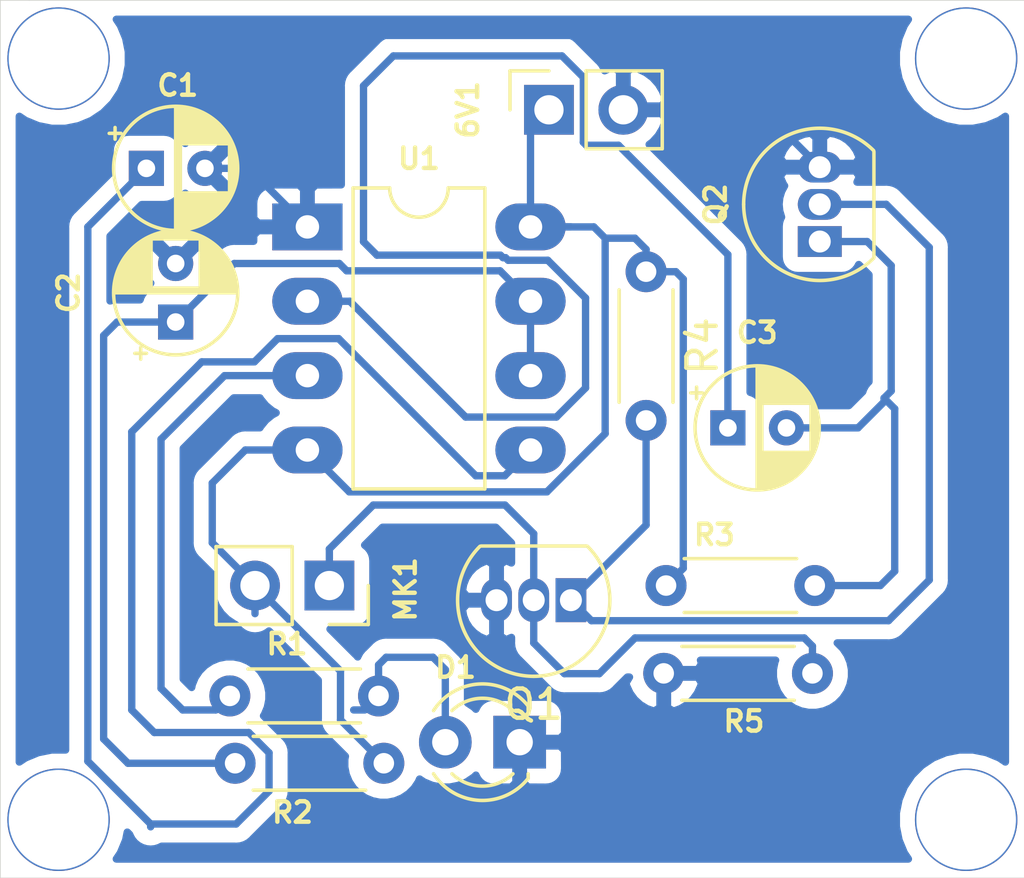
<source format=kicad_pcb>
(kicad_pcb (version 20171130) (host pcbnew "(5.1.12)-1")

  (general
    (thickness 1.6)
    (drawings 9)
    (tracks 144)
    (zones 0)
    (modules 14)
    (nets 11)
  )

  (page A4)
  (layers
    (0 F.Cu signal)
    (31 B.Cu signal)
    (32 B.Adhes user hide)
    (33 F.Adhes user hide)
    (34 B.Paste user hide)
    (35 F.Paste user hide)
    (36 B.SilkS user hide)
    (37 F.SilkS user)
    (38 B.Mask user)
    (39 F.Mask user hide)
    (40 Dwgs.User user hide)
    (41 Cmts.User user)
    (42 Eco1.User user)
    (43 Eco2.User user)
    (44 Edge.Cuts user hide)
    (45 Margin user hide)
    (46 B.CrtYd user)
    (47 F.CrtYd user hide)
    (48 B.Fab user)
    (49 F.Fab user)
  )

  (setup
    (last_trace_width 0.25)
    (trace_clearance 0.2)
    (zone_clearance 0.508)
    (zone_45_only no)
    (trace_min 0.2)
    (via_size 0.8)
    (via_drill 0.4)
    (via_min_size 0.4)
    (via_min_drill 0.3)
    (uvia_size 0.3)
    (uvia_drill 0.1)
    (uvias_allowed no)
    (uvia_min_size 0.2)
    (uvia_min_drill 0.1)
    (edge_width 0.05)
    (segment_width 0.2)
    (pcb_text_width 0.3)
    (pcb_text_size 1.5 1.5)
    (mod_edge_width 0.12)
    (mod_text_size 1 1)
    (mod_text_width 0.15)
    (pad_size 1.524 1.524)
    (pad_drill 0.762)
    (pad_to_mask_clearance 0)
    (aux_axis_origin 0 0)
    (visible_elements 7FFFFFFF)
    (pcbplotparams
      (layerselection 0x010fc_ffffffff)
      (usegerberextensions false)
      (usegerberattributes true)
      (usegerberadvancedattributes true)
      (creategerberjobfile true)
      (excludeedgelayer true)
      (linewidth 0.100000)
      (plotframeref false)
      (viasonmask false)
      (mode 1)
      (useauxorigin false)
      (hpglpennumber 1)
      (hpglpenspeed 20)
      (hpglpendiameter 15.000000)
      (psnegative false)
      (psa4output false)
      (plotreference true)
      (plotvalue true)
      (plotinvisibletext false)
      (padsonsilk false)
      (subtractmaskfromsilk false)
      (outputformat 1)
      (mirror false)
      (drillshape 0)
      (scaleselection 1)
      (outputdirectory "gerber/"))
  )

  (net 0 "")
  (net 1 Earth)
  (net 2 "Net-(6V1-Pad1)")
  (net 3 "Net-(C1-Pad1)")
  (net 4 "Net-(C2-Pad1)")
  (net 5 "Net-(C3-Pad2)")
  (net 6 "Net-(C3-Pad1)")
  (net 7 "Net-(D1-Pad2)")
  (net 8 "Net-(MK1-Pad1)")
  (net 9 "Net-(Q1-Pad1)")
  (net 10 "Net-(R1-Pad1)")

  (net_class Default "This is the default net class."
    (clearance 0.2)
    (trace_width 0.25)
    (via_dia 0.8)
    (via_drill 0.4)
    (uvia_dia 0.3)
    (uvia_drill 0.1)
    (add_net Earth)
    (add_net "Net-(6V1-Pad1)")
    (add_net "Net-(C1-Pad1)")
    (add_net "Net-(C2-Pad1)")
    (add_net "Net-(C3-Pad1)")
    (add_net "Net-(C3-Pad2)")
    (add_net "Net-(D1-Pad2)")
    (add_net "Net-(MK1-Pad1)")
    (add_net "Net-(Q1-Pad1)")
    (add_net "Net-(R1-Pad1)")
  )

  (module Connector_PinSocket_2.54mm:PinSocket_1x02_P2.54mm_Vertical (layer F.Cu) (tedit 5A19A420) (tstamp 64DE5F67)
    (at 159.75 75.75 90)
    (descr "Through hole straight socket strip, 1x02, 2.54mm pitch, single row (from Kicad 4.0.7), script generated")
    (tags "Through hole socket strip THT 1x02 2.54mm single row")
    (path /64E6C1F3)
    (fp_text reference 6V1 (at 0 -2.77 90) (layer F.SilkS)
      (effects (font (size 0.7 0.7) (thickness 0.15)))
    )
    (fp_text value Battery (at 0 5.31 90) (layer F.Fab)
      (effects (font (size 0.7 0.7) (thickness 0.15)))
    )
    (fp_line (start -1.27 -1.27) (end 0.635 -1.27) (layer F.Fab) (width 0.1))
    (fp_line (start 0.635 -1.27) (end 1.27 -0.635) (layer F.Fab) (width 0.1))
    (fp_line (start 1.27 -0.635) (end 1.27 3.81) (layer F.Fab) (width 0.1))
    (fp_line (start 1.27 3.81) (end -1.27 3.81) (layer F.Fab) (width 0.1))
    (fp_line (start -1.27 3.81) (end -1.27 -1.27) (layer F.Fab) (width 0.1))
    (fp_line (start -1.33 1.27) (end 1.33 1.27) (layer F.SilkS) (width 0.12))
    (fp_line (start -1.33 1.27) (end -1.33 3.87) (layer F.SilkS) (width 0.12))
    (fp_line (start -1.33 3.87) (end 1.33 3.87) (layer F.SilkS) (width 0.12))
    (fp_line (start 1.33 1.27) (end 1.33 3.87) (layer F.SilkS) (width 0.12))
    (fp_line (start 1.33 -1.33) (end 1.33 0) (layer F.SilkS) (width 0.12))
    (fp_line (start 0 -1.33) (end 1.33 -1.33) (layer F.SilkS) (width 0.12))
    (fp_line (start -1.8 -1.8) (end 1.75 -1.8) (layer F.CrtYd) (width 0.05))
    (fp_line (start 1.75 -1.8) (end 1.75 4.3) (layer F.CrtYd) (width 0.05))
    (fp_line (start 1.75 4.3) (end -1.8 4.3) (layer F.CrtYd) (width 0.05))
    (fp_line (start -1.8 4.3) (end -1.8 -1.8) (layer F.CrtYd) (width 0.05))
    (fp_text user %R (at 0 1.27) (layer F.Fab)
      (effects (font (size 1 1) (thickness 0.15)))
    )
    (pad 2 thru_hole oval (at 0 2.54 90) (size 1.7 1.7) (drill 1) (layers *.Cu *.Mask)
      (net 1 Earth))
    (pad 1 thru_hole rect (at 0 0 90) (size 1.7 1.7) (drill 1) (layers *.Cu *.Mask)
      (net 2 "Net-(6V1-Pad1)"))
    (model ${KISYS3DMOD}/Connector_PinSocket_2.54mm.3dshapes/PinSocket_1x02_P2.54mm_Vertical.wrl
      (at (xyz 0 0 0))
      (scale (xyz 1 1 1))
      (rotate (xyz 0 0 0))
    )
  )

  (module LED_THT:LED_D3.0mm (layer F.Cu) (tedit 587A3A7B) (tstamp 64DE60BE)
    (at 158.75 97.35 180)
    (descr "LED, diameter 3.0mm, 2 pins")
    (tags "LED diameter 3.0mm 2 pins")
    (path /64E6B192)
    (fp_text reference D1 (at 2.19 2.55) (layer F.SilkS)
      (effects (font (size 0.7 0.7) (thickness 0.15)))
    )
    (fp_text value LED (at -2 0) (layer F.Fab)
      (effects (font (size 0.7 0.7) (thickness 0.15)))
    )
    (fp_circle (center 1.27 0) (end 2.77 0) (layer F.Fab) (width 0.1))
    (fp_line (start -0.23 -1.16619) (end -0.23 1.16619) (layer F.Fab) (width 0.1))
    (fp_line (start -0.29 -1.236) (end -0.29 -1.08) (layer F.SilkS) (width 0.12))
    (fp_line (start -0.29 1.08) (end -0.29 1.236) (layer F.SilkS) (width 0.12))
    (fp_line (start -1.15 -2.25) (end -1.15 2.25) (layer F.CrtYd) (width 0.05))
    (fp_line (start -1.15 2.25) (end 3.7 2.25) (layer F.CrtYd) (width 0.05))
    (fp_line (start 3.7 2.25) (end 3.7 -2.25) (layer F.CrtYd) (width 0.05))
    (fp_line (start 3.7 -2.25) (end -1.15 -2.25) (layer F.CrtYd) (width 0.05))
    (fp_arc (start 1.27 0) (end 0.229039 1.08) (angle -87.9) (layer F.SilkS) (width 0.12))
    (fp_arc (start 1.27 0) (end 0.229039 -1.08) (angle 87.9) (layer F.SilkS) (width 0.12))
    (fp_arc (start 1.27 0) (end -0.29 1.235516) (angle -108.8) (layer F.SilkS) (width 0.12))
    (fp_arc (start 1.27 0) (end -0.29 -1.235516) (angle 108.8) (layer F.SilkS) (width 0.12))
    (fp_arc (start 1.27 0) (end -0.23 -1.16619) (angle 284.3) (layer F.Fab) (width 0.1))
    (pad 2 thru_hole circle (at 2.54 0 180) (size 1.8 1.8) (drill 0.9) (layers *.Cu *.Mask)
      (net 7 "Net-(D1-Pad2)"))
    (pad 1 thru_hole rect (at 0 0 180) (size 1.8 1.8) (drill 0.9) (layers *.Cu *.Mask)
      (net 1 Earth))
    (model ${KISYS3DMOD}/LED_THT.3dshapes/LED_D3.0mm.wrl
      (at (xyz 0 0 0))
      (scale (xyz 1 1 1))
      (rotate (xyz 0 0 0))
    )
  )

  (module Package_DIP:DIP-8_W7.62mm_LongPads (layer F.Cu) (tedit 5A02E8C5) (tstamp 64DE6173)
    (at 151.5 79.75)
    (descr "8-lead though-hole mounted DIP package, row spacing 7.62 mm (300 mils), LongPads")
    (tags "THT DIP DIL PDIP 2.54mm 7.62mm 300mil LongPads")
    (path /64E61AEB)
    (fp_text reference U1 (at 3.81 -2.33) (layer F.SilkS)
      (effects (font (size 0.7 0.7) (thickness 0.15)))
    )
    (fp_text value ICM7555xB (at 3.81 9.95) (layer F.Fab)
      (effects (font (size 0.7 0.7) (thickness 0.15)))
    )
    (fp_line (start 1.635 -1.27) (end 6.985 -1.27) (layer F.Fab) (width 0.1))
    (fp_line (start 6.985 -1.27) (end 6.985 8.89) (layer F.Fab) (width 0.1))
    (fp_line (start 6.985 8.89) (end 0.635 8.89) (layer F.Fab) (width 0.1))
    (fp_line (start 0.635 8.89) (end 0.635 -0.27) (layer F.Fab) (width 0.1))
    (fp_line (start 0.635 -0.27) (end 1.635 -1.27) (layer F.Fab) (width 0.1))
    (fp_line (start 2.81 -1.33) (end 1.56 -1.33) (layer F.SilkS) (width 0.12))
    (fp_line (start 1.56 -1.33) (end 1.56 8.95) (layer F.SilkS) (width 0.12))
    (fp_line (start 1.56 8.95) (end 6.06 8.95) (layer F.SilkS) (width 0.12))
    (fp_line (start 6.06 8.95) (end 6.06 -1.33) (layer F.SilkS) (width 0.12))
    (fp_line (start 6.06 -1.33) (end 4.81 -1.33) (layer F.SilkS) (width 0.12))
    (fp_line (start -1.45 -1.55) (end -1.45 9.15) (layer F.CrtYd) (width 0.05))
    (fp_line (start -1.45 9.15) (end 9.1 9.15) (layer F.CrtYd) (width 0.05))
    (fp_line (start 9.1 9.15) (end 9.1 -1.55) (layer F.CrtYd) (width 0.05))
    (fp_line (start 9.1 -1.55) (end -1.45 -1.55) (layer F.CrtYd) (width 0.05))
    (fp_text user %R (at 3.81 3.81) (layer F.Fab)
      (effects (font (size 0.7 0.7) (thickness 0.15)))
    )
    (fp_arc (start 3.81 -1.33) (end 2.81 -1.33) (angle -180) (layer F.SilkS) (width 0.12))
    (pad 8 thru_hole oval (at 7.62 0) (size 2.4 1.6) (drill 0.8) (layers *.Cu *.Mask)
      (net 2 "Net-(6V1-Pad1)"))
    (pad 4 thru_hole oval (at 0 7.62) (size 2.4 1.6) (drill 0.8) (layers *.Cu *.Mask)
      (net 2 "Net-(6V1-Pad1)"))
    (pad 7 thru_hole oval (at 7.62 2.54) (size 2.4 1.6) (drill 0.8) (layers *.Cu *.Mask)
      (net 4 "Net-(C2-Pad1)"))
    (pad 3 thru_hole oval (at 0 5.08) (size 2.4 1.6) (drill 0.8) (layers *.Cu *.Mask)
      (net 10 "Net-(R1-Pad1)"))
    (pad 6 thru_hole oval (at 7.62 5.08) (size 2.4 1.6) (drill 0.8) (layers *.Cu *.Mask)
      (net 4 "Net-(C2-Pad1)"))
    (pad 2 thru_hole oval (at 0 2.54) (size 2.4 1.6) (drill 0.8) (layers *.Cu *.Mask)
      (net 6 "Net-(C3-Pad1)"))
    (pad 5 thru_hole oval (at 7.62 7.62) (size 2.4 1.6) (drill 0.8) (layers *.Cu *.Mask)
      (net 3 "Net-(C1-Pad1)"))
    (pad 1 thru_hole rect (at 0 0) (size 2.4 1.6) (drill 0.8) (layers *.Cu *.Mask)
      (net 1 Earth))
    (model ${KISYS3DMOD}/Package_DIP.3dshapes/DIP-8_W7.62mm.wrl
      (at (xyz 0 0 0))
      (scale (xyz 1 1 1))
      (rotate (xyz 0 0 0))
    )
  )

  (module Connector_PinSocket_2.54mm:PinSocket_1x02_P2.54mm_Vertical (layer F.Cu) (tedit 5A19A420) (tstamp 64DE60D4)
    (at 152.25 92 270)
    (descr "Through hole straight socket strip, 1x02, 2.54mm pitch, single row (from Kicad 4.0.7), script generated")
    (tags "Through hole socket strip THT 1x02 2.54mm single row")
    (path /64E59904)
    (fp_text reference MK1 (at 0.13 -2.6 90) (layer F.SilkS)
      (effects (font (size 0.7 0.7) (thickness 0.15)))
    )
    (fp_text value Microphone_Condenser (at 0 5.31 90) (layer F.Fab)
      (effects (font (size 0.7 0.7) (thickness 0.15)))
    )
    (fp_line (start -1.27 -1.27) (end 0.635 -1.27) (layer F.Fab) (width 0.1))
    (fp_line (start 0.635 -1.27) (end 1.27 -0.635) (layer F.Fab) (width 0.1))
    (fp_line (start 1.27 -0.635) (end 1.27 3.81) (layer F.Fab) (width 0.1))
    (fp_line (start 1.27 3.81) (end -1.27 3.81) (layer F.Fab) (width 0.1))
    (fp_line (start -1.27 3.81) (end -1.27 -1.27) (layer F.Fab) (width 0.1))
    (fp_line (start -1.33 1.27) (end 1.33 1.27) (layer F.SilkS) (width 0.12))
    (fp_line (start -1.33 1.27) (end -1.33 3.87) (layer F.SilkS) (width 0.12))
    (fp_line (start -1.33 3.87) (end 1.33 3.87) (layer F.SilkS) (width 0.12))
    (fp_line (start 1.33 1.27) (end 1.33 3.87) (layer F.SilkS) (width 0.12))
    (fp_line (start 1.33 -1.33) (end 1.33 0) (layer F.SilkS) (width 0.12))
    (fp_line (start 0 -1.33) (end 1.33 -1.33) (layer F.SilkS) (width 0.12))
    (fp_line (start -1.8 -1.8) (end 1.75 -1.8) (layer F.CrtYd) (width 0.05))
    (fp_line (start 1.75 -1.8) (end 1.75 4.3) (layer F.CrtYd) (width 0.05))
    (fp_line (start 1.75 4.3) (end -1.8 4.3) (layer F.CrtYd) (width 0.05))
    (fp_line (start -1.8 4.3) (end -1.8 -1.8) (layer F.CrtYd) (width 0.05))
    (fp_text user %R (at 0 1.27) (layer F.Fab)
      (effects (font (size 1 1) (thickness 0.15)))
    )
    (pad 2 thru_hole oval (at 0 2.54 270) (size 1.7 1.7) (drill 1) (layers *.Cu *.Mask)
      (net 2 "Net-(6V1-Pad1)"))
    (pad 1 thru_hole rect (at 0 0 270) (size 1.7 1.7) (drill 1) (layers *.Cu *.Mask)
      (net 8 "Net-(MK1-Pad1)"))
    (model ${KISYS3DMOD}/Connector_PinSocket_2.54mm.3dshapes/PinSocket_1x02_P2.54mm_Vertical.wrl
      (at (xyz 0 0 0))
      (scale (xyz 1 1 1))
      (rotate (xyz 0 0 0))
    )
  )

  (module Package_TO_SOT_THT:TO-92_Inline (layer F.Cu) (tedit 5A1DD157) (tstamp 64DE60F8)
    (at 169 80.25 90)
    (descr "TO-92 leads in-line, narrow, oval pads, drill 0.75mm (see NXP sot054_po.pdf)")
    (tags "to-92 sc-43 sc-43a sot54 PA33 transistor")
    (path /64E60209)
    (fp_text reference Q2 (at 1.27 -3.56 90) (layer F.SilkS)
      (effects (font (size 0.7 0.7) (thickness 0.15)))
    )
    (fp_text value BC547 (at 1.27 2.79 90) (layer F.Fab)
      (effects (font (size 0.7 0.7) (thickness 0.15)))
    )
    (fp_line (start -0.53 1.85) (end 3.07 1.85) (layer F.SilkS) (width 0.12))
    (fp_line (start -0.5 1.75) (end 3 1.75) (layer F.Fab) (width 0.1))
    (fp_line (start -1.46 -2.73) (end 4 -2.73) (layer F.CrtYd) (width 0.05))
    (fp_line (start -1.46 -2.73) (end -1.46 2.01) (layer F.CrtYd) (width 0.05))
    (fp_line (start 4 2.01) (end 4 -2.73) (layer F.CrtYd) (width 0.05))
    (fp_line (start 4 2.01) (end -1.46 2.01) (layer F.CrtYd) (width 0.05))
    (fp_arc (start 1.27 0) (end 1.27 -2.6) (angle 135) (layer F.SilkS) (width 0.12))
    (fp_arc (start 1.27 0) (end 1.27 -2.48) (angle -135) (layer F.Fab) (width 0.1))
    (fp_arc (start 1.27 0) (end 1.27 -2.6) (angle -135) (layer F.SilkS) (width 0.12))
    (fp_arc (start 1.27 0) (end 1.27 -2.48) (angle 135) (layer F.Fab) (width 0.1))
    (fp_text user %R (at 1.27 0 90) (layer F.Fab)
      (effects (font (size 1 1) (thickness 0.15)))
    )
    (pad 1 thru_hole rect (at 0 0 90) (size 1.05 1.5) (drill 0.75) (layers *.Cu *.Mask)
      (net 5 "Net-(C3-Pad2)"))
    (pad 3 thru_hole oval (at 2.54 0 90) (size 1.05 1.5) (drill 0.75) (layers *.Cu *.Mask)
      (net 1 Earth))
    (pad 2 thru_hole oval (at 1.27 0 90) (size 1.05 1.5) (drill 0.75) (layers *.Cu *.Mask)
      (net 9 "Net-(Q1-Pad1)"))
    (model ${KISYS3DMOD}/Package_TO_SOT_THT.3dshapes/TO-92_Inline.wrl
      (at (xyz 0 0 0))
      (scale (xyz 1 1 1))
      (rotate (xyz 0 0 0))
    )
  )

  (module Resistor_THT:R_Axial_DIN0204_L3.6mm_D1.6mm_P5.08mm_Horizontal (layer F.Cu) (tedit 5AE5139B) (tstamp 64DE6157)
    (at 168.75 95 180)
    (descr "Resistor, Axial_DIN0204 series, Axial, Horizontal, pin pitch=5.08mm, 0.167W, length*diameter=3.6*1.6mm^2, http://cdn-reichelt.de/documents/datenblatt/B400/1_4W%23YAG.pdf")
    (tags "Resistor Axial_DIN0204 series Axial Horizontal pin pitch 5.08mm 0.167W length 3.6mm diameter 1.6mm")
    (path /64E5AADD)
    (fp_text reference R5 (at 2.34 -1.64) (layer F.SilkS)
      (effects (font (size 0.7 0.7) (thickness 0.15)))
    )
    (fp_text value 4.7K (at 0.46 -1.77) (layer F.Fab)
      (effects (font (size 0.7 0.7) (thickness 0.15)))
    )
    (fp_line (start 0.74 -0.8) (end 0.74 0.8) (layer F.Fab) (width 0.1))
    (fp_line (start 0.74 0.8) (end 4.34 0.8) (layer F.Fab) (width 0.1))
    (fp_line (start 4.34 0.8) (end 4.34 -0.8) (layer F.Fab) (width 0.1))
    (fp_line (start 4.34 -0.8) (end 0.74 -0.8) (layer F.Fab) (width 0.1))
    (fp_line (start 0 0) (end 0.74 0) (layer F.Fab) (width 0.1))
    (fp_line (start 5.08 0) (end 4.34 0) (layer F.Fab) (width 0.1))
    (fp_line (start 0.62 -0.92) (end 4.46 -0.92) (layer F.SilkS) (width 0.12))
    (fp_line (start 0.62 0.92) (end 4.46 0.92) (layer F.SilkS) (width 0.12))
    (fp_line (start -0.95 -1.05) (end -0.95 1.05) (layer F.CrtYd) (width 0.05))
    (fp_line (start -0.95 1.05) (end 6.03 1.05) (layer F.CrtYd) (width 0.05))
    (fp_line (start 6.03 1.05) (end 6.03 -1.05) (layer F.CrtYd) (width 0.05))
    (fp_line (start 6.03 -1.05) (end -0.95 -1.05) (layer F.CrtYd) (width 0.05))
    (fp_text user %R (at 2.54 0) (layer F.Fab)
      (effects (font (size 0.72 0.72) (thickness 0.108)))
    )
    (pad 2 thru_hole oval (at 5.08 0 180) (size 1.4 1.4) (drill 0.7) (layers *.Cu *.Mask)
      (net 1 Earth))
    (pad 1 thru_hole circle (at 0 0 180) (size 1.4 1.4) (drill 0.7) (layers *.Cu *.Mask)
      (net 8 "Net-(MK1-Pad1)"))
    (model ${KISYS3DMOD}/Resistor_THT.3dshapes/R_Axial_DIN0204_L3.6mm_D1.6mm_P5.08mm_Horizontal.wrl
      (at (xyz 0 0 0))
      (scale (xyz 1 1 1))
      (rotate (xyz 0 0 0))
    )
  )

  (module Resistor_THT:R_Axial_DIN0204_L3.6mm_D1.6mm_P5.08mm_Horizontal (layer F.Cu) (tedit 5AE5139B) (tstamp 64DE6144)
    (at 163.068 81.28 270)
    (descr "Resistor, Axial_DIN0204 series, Axial, Horizontal, pin pitch=5.08mm, 0.167W, length*diameter=3.6*1.6mm^2, http://cdn-reichelt.de/documents/datenblatt/B400/1_4W%23YAG.pdf")
    (tags "Resistor Axial_DIN0204 series Axial Horizontal pin pitch 5.08mm 0.167W length 3.6mm diameter 1.6mm")
    (path /64E5C32D)
    (fp_text reference R4 (at 2.54 -1.92 90) (layer F.SilkS)
      (effects (font (size 1 1) (thickness 0.15)))
    )
    (fp_text value 1K (at 2.54 1.92 90) (layer F.Fab)
      (effects (font (size 0.7 0.7) (thickness 0.15)))
    )
    (fp_line (start 0.74 -0.8) (end 0.74 0.8) (layer F.Fab) (width 0.1))
    (fp_line (start 0.74 0.8) (end 4.34 0.8) (layer F.Fab) (width 0.1))
    (fp_line (start 4.34 0.8) (end 4.34 -0.8) (layer F.Fab) (width 0.1))
    (fp_line (start 4.34 -0.8) (end 0.74 -0.8) (layer F.Fab) (width 0.1))
    (fp_line (start 0 0) (end 0.74 0) (layer F.Fab) (width 0.1))
    (fp_line (start 5.08 0) (end 4.34 0) (layer F.Fab) (width 0.1))
    (fp_line (start 0.62 -0.92) (end 4.46 -0.92) (layer F.SilkS) (width 0.12))
    (fp_line (start 0.62 0.92) (end 4.46 0.92) (layer F.SilkS) (width 0.12))
    (fp_line (start -0.95 -1.05) (end -0.95 1.05) (layer F.CrtYd) (width 0.05))
    (fp_line (start -0.95 1.05) (end 6.03 1.05) (layer F.CrtYd) (width 0.05))
    (fp_line (start 6.03 1.05) (end 6.03 -1.05) (layer F.CrtYd) (width 0.05))
    (fp_line (start 6.03 -1.05) (end -0.95 -1.05) (layer F.CrtYd) (width 0.05))
    (fp_text user %R (at 2.54 0 90) (layer F.Fab)
      (effects (font (size 0.72 0.72) (thickness 0.108)))
    )
    (pad 2 thru_hole oval (at 5.08 0 270) (size 1.4 1.4) (drill 0.7) (layers *.Cu *.Mask)
      (net 9 "Net-(Q1-Pad1)"))
    (pad 1 thru_hole circle (at 0 0 270) (size 1.4 1.4) (drill 0.7) (layers *.Cu *.Mask)
      (net 2 "Net-(6V1-Pad1)"))
    (model ${KISYS3DMOD}/Resistor_THT.3dshapes/R_Axial_DIN0204_L3.6mm_D1.6mm_P5.08mm_Horizontal.wrl
      (at (xyz 0 0 0))
      (scale (xyz 1 1 1))
      (rotate (xyz 0 0 0))
    )
  )

  (module Resistor_THT:R_Axial_DIN0204_L3.6mm_D1.6mm_P5.08mm_Horizontal (layer F.Cu) (tedit 5AE5139B) (tstamp 64DE6131)
    (at 163.75 92)
    (descr "Resistor, Axial_DIN0204 series, Axial, Horizontal, pin pitch=5.08mm, 0.167W, length*diameter=3.6*1.6mm^2, http://cdn-reichelt.de/documents/datenblatt/B400/1_4W%23YAG.pdf")
    (tags "Resistor Axial_DIN0204 series Axial Horizontal pin pitch 5.08mm 0.167W length 3.6mm diameter 1.6mm")
    (path /64E5C379)
    (fp_text reference R3 (at 1.65 -1.73) (layer F.SilkS)
      (effects (font (size 0.7 0.7) (thickness 0.15)))
    )
    (fp_text value 470 (at 3.64 -1.54) (layer F.Fab)
      (effects (font (size 0.7 0.7) (thickness 0.15)))
    )
    (fp_line (start 0.74 -0.8) (end 0.74 0.8) (layer F.Fab) (width 0.1))
    (fp_line (start 0.74 0.8) (end 4.34 0.8) (layer F.Fab) (width 0.1))
    (fp_line (start 4.34 0.8) (end 4.34 -0.8) (layer F.Fab) (width 0.1))
    (fp_line (start 4.34 -0.8) (end 0.74 -0.8) (layer F.Fab) (width 0.1))
    (fp_line (start 0 0) (end 0.74 0) (layer F.Fab) (width 0.1))
    (fp_line (start 5.08 0) (end 4.34 0) (layer F.Fab) (width 0.1))
    (fp_line (start 0.62 -0.92) (end 4.46 -0.92) (layer F.SilkS) (width 0.12))
    (fp_line (start 0.62 0.92) (end 4.46 0.92) (layer F.SilkS) (width 0.12))
    (fp_line (start -0.95 -1.05) (end -0.95 1.05) (layer F.CrtYd) (width 0.05))
    (fp_line (start -0.95 1.05) (end 6.03 1.05) (layer F.CrtYd) (width 0.05))
    (fp_line (start 6.03 1.05) (end 6.03 -1.05) (layer F.CrtYd) (width 0.05))
    (fp_line (start 6.03 -1.05) (end -0.95 -1.05) (layer F.CrtYd) (width 0.05))
    (fp_text user %R (at 2.54 0) (layer F.Fab)
      (effects (font (size 0.72 0.72) (thickness 0.108)))
    )
    (pad 2 thru_hole oval (at 5.08 0) (size 1.4 1.4) (drill 0.7) (layers *.Cu *.Mask)
      (net 5 "Net-(C3-Pad2)"))
    (pad 1 thru_hole circle (at 0 0) (size 1.4 1.4) (drill 0.7) (layers *.Cu *.Mask)
      (net 2 "Net-(6V1-Pad1)"))
    (model ${KISYS3DMOD}/Resistor_THT.3dshapes/R_Axial_DIN0204_L3.6mm_D1.6mm_P5.08mm_Horizontal.wrl
      (at (xyz 0 0 0))
      (scale (xyz 1 1 1))
      (rotate (xyz 0 0 0))
    )
  )

  (module Resistor_THT:R_Axial_DIN0204_L3.6mm_D1.6mm_P5.08mm_Horizontal (layer F.Cu) (tedit 5AE5139B) (tstamp 64DE611E)
    (at 154.11 98.07 180)
    (descr "Resistor, Axial_DIN0204 series, Axial, Horizontal, pin pitch=5.08mm, 0.167W, length*diameter=3.6*1.6mm^2, http://cdn-reichelt.de/documents/datenblatt/B400/1_4W%23YAG.pdf")
    (tags "Resistor Axial_DIN0204 series Axial Horizontal pin pitch 5.08mm 0.167W length 3.6mm diameter 1.6mm")
    (path /64E5D159)
    (fp_text reference R2 (at 3.12 -1.68) (layer F.SilkS)
      (effects (font (size 0.7 0.7) (thickness 0.15)))
    )
    (fp_text value 10K (at 1.03 4.54) (layer F.Fab)
      (effects (font (size 0.7 0.7) (thickness 0.15)))
    )
    (fp_line (start 0.74 -0.8) (end 0.74 0.8) (layer F.Fab) (width 0.1))
    (fp_line (start 0.74 0.8) (end 4.34 0.8) (layer F.Fab) (width 0.1))
    (fp_line (start 4.34 0.8) (end 4.34 -0.8) (layer F.Fab) (width 0.1))
    (fp_line (start 4.34 -0.8) (end 0.74 -0.8) (layer F.Fab) (width 0.1))
    (fp_line (start 0 0) (end 0.74 0) (layer F.Fab) (width 0.1))
    (fp_line (start 5.08 0) (end 4.34 0) (layer F.Fab) (width 0.1))
    (fp_line (start 0.62 -0.92) (end 4.46 -0.92) (layer F.SilkS) (width 0.12))
    (fp_line (start 0.62 0.92) (end 4.46 0.92) (layer F.SilkS) (width 0.12))
    (fp_line (start -0.95 -1.05) (end -0.95 1.05) (layer F.CrtYd) (width 0.05))
    (fp_line (start -0.95 1.05) (end 6.03 1.05) (layer F.CrtYd) (width 0.05))
    (fp_line (start 6.03 1.05) (end 6.03 -1.05) (layer F.CrtYd) (width 0.05))
    (fp_line (start 6.03 -1.05) (end -0.95 -1.05) (layer F.CrtYd) (width 0.05))
    (fp_text user %R (at 2.54 0) (layer F.Fab)
      (effects (font (size 0.72 0.72) (thickness 0.108)))
    )
    (pad 2 thru_hole oval (at 5.08 0 180) (size 1.4 1.4) (drill 0.7) (layers *.Cu *.Mask)
      (net 4 "Net-(C2-Pad1)"))
    (pad 1 thru_hole circle (at 0 0 180) (size 1.4 1.4) (drill 0.7) (layers *.Cu *.Mask)
      (net 2 "Net-(6V1-Pad1)"))
    (model ${KISYS3DMOD}/Resistor_THT.3dshapes/R_Axial_DIN0204_L3.6mm_D1.6mm_P5.08mm_Horizontal.wrl
      (at (xyz 0 0 0))
      (scale (xyz 1 1 1))
      (rotate (xyz 0 0 0))
    )
  )

  (module Resistor_THT:R_Axial_DIN0204_L3.6mm_D1.6mm_P5.08mm_Horizontal (layer F.Cu) (tedit 5AE5139B) (tstamp 64DE610B)
    (at 148.85 95.77)
    (descr "Resistor, Axial_DIN0204 series, Axial, Horizontal, pin pitch=5.08mm, 0.167W, length*diameter=3.6*1.6mm^2, http://cdn-reichelt.de/documents/datenblatt/B400/1_4W%23YAG.pdf")
    (tags "Resistor Axial_DIN0204 series Axial Horizontal pin pitch 5.08mm 0.167W length 3.6mm diameter 1.6mm")
    (path /64E5D741)
    (fp_text reference R1 (at 1.95 -1.77) (layer F.SilkS)
      (effects (font (size 0.7 0.7) (thickness 0.15)))
    )
    (fp_text value 330 (at 3.85 4.39) (layer F.Fab)
      (effects (font (size 0.7 0.7) (thickness 0.15)))
    )
    (fp_line (start 0.74 -0.8) (end 0.74 0.8) (layer F.Fab) (width 0.1))
    (fp_line (start 0.74 0.8) (end 4.34 0.8) (layer F.Fab) (width 0.1))
    (fp_line (start 4.34 0.8) (end 4.34 -0.8) (layer F.Fab) (width 0.1))
    (fp_line (start 4.34 -0.8) (end 0.74 -0.8) (layer F.Fab) (width 0.1))
    (fp_line (start 0 0) (end 0.74 0) (layer F.Fab) (width 0.1))
    (fp_line (start 5.08 0) (end 4.34 0) (layer F.Fab) (width 0.1))
    (fp_line (start 0.62 -0.92) (end 4.46 -0.92) (layer F.SilkS) (width 0.12))
    (fp_line (start 0.62 0.92) (end 4.46 0.92) (layer F.SilkS) (width 0.12))
    (fp_line (start -0.95 -1.05) (end -0.95 1.05) (layer F.CrtYd) (width 0.05))
    (fp_line (start -0.95 1.05) (end 6.03 1.05) (layer F.CrtYd) (width 0.05))
    (fp_line (start 6.03 1.05) (end 6.03 -1.05) (layer F.CrtYd) (width 0.05))
    (fp_line (start 6.03 -1.05) (end -0.95 -1.05) (layer F.CrtYd) (width 0.05))
    (fp_text user %R (at 2.54 0) (layer F.Fab)
      (effects (font (size 0.72 0.72) (thickness 0.108)))
    )
    (pad 2 thru_hole oval (at 5.08 0) (size 1.4 1.4) (drill 0.7) (layers *.Cu *.Mask)
      (net 7 "Net-(D1-Pad2)"))
    (pad 1 thru_hole circle (at 0 0) (size 1.4 1.4) (drill 0.7) (layers *.Cu *.Mask)
      (net 10 "Net-(R1-Pad1)"))
    (model ${KISYS3DMOD}/Resistor_THT.3dshapes/R_Axial_DIN0204_L3.6mm_D1.6mm_P5.08mm_Horizontal.wrl
      (at (xyz 0 0 0))
      (scale (xyz 1 1 1))
      (rotate (xyz 0 0 0))
    )
  )

  (module Package_TO_SOT_THT:TO-92_Inline (layer F.Cu) (tedit 5A1DD157) (tstamp 64DE60E6)
    (at 160.5 92.5 180)
    (descr "TO-92 leads in-line, narrow, oval pads, drill 0.75mm (see NXP sot054_po.pdf)")
    (tags "to-92 sc-43 sc-43a sot54 PA33 transistor")
    (path /64E5DA07)
    (fp_text reference Q1 (at 1.27 -3.56) (layer F.SilkS)
      (effects (font (size 1 1) (thickness 0.15)))
    )
    (fp_text value BC547 (at 4.55 0.28 90) (layer F.Fab)
      (effects (font (size 0.7 0.7) (thickness 0.15)))
    )
    (fp_line (start -0.53 1.85) (end 3.07 1.85) (layer F.SilkS) (width 0.12))
    (fp_line (start -0.5 1.75) (end 3 1.75) (layer F.Fab) (width 0.1))
    (fp_line (start -1.46 -2.73) (end 4 -2.73) (layer F.CrtYd) (width 0.05))
    (fp_line (start -1.46 -2.73) (end -1.46 2.01) (layer F.CrtYd) (width 0.05))
    (fp_line (start 4 2.01) (end 4 -2.73) (layer F.CrtYd) (width 0.05))
    (fp_line (start 4 2.01) (end -1.46 2.01) (layer F.CrtYd) (width 0.05))
    (fp_arc (start 1.27 0) (end 1.27 -2.6) (angle 135) (layer F.SilkS) (width 0.12))
    (fp_arc (start 1.27 0) (end 1.27 -2.48) (angle -135) (layer F.Fab) (width 0.1))
    (fp_arc (start 1.27 0) (end 1.27 -2.6) (angle -135) (layer F.SilkS) (width 0.12))
    (fp_arc (start 1.27 0) (end 1.27 -2.48) (angle 135) (layer F.Fab) (width 0.1))
    (fp_text user %R (at 1.27 0) (layer F.Fab)
      (effects (font (size 1 1) (thickness 0.15)))
    )
    (pad 1 thru_hole rect (at 0 0 180) (size 1.05 1.5) (drill 0.75) (layers *.Cu *.Mask)
      (net 9 "Net-(Q1-Pad1)"))
    (pad 3 thru_hole oval (at 2.54 0 180) (size 1.05 1.5) (drill 0.75) (layers *.Cu *.Mask)
      (net 1 Earth))
    (pad 2 thru_hole oval (at 1.27 0 180) (size 1.05 1.5) (drill 0.75) (layers *.Cu *.Mask)
      (net 8 "Net-(MK1-Pad1)"))
    (model ${KISYS3DMOD}/Package_TO_SOT_THT.3dshapes/TO-92_Inline.wrl
      (at (xyz 0 0 0))
      (scale (xyz 1 1 1))
      (rotate (xyz 0 0 0))
    )
  )

  (module Capacitor_THT:CP_Radial_D4.0mm_P2.00mm (layer F.Cu) (tedit 5AE50EF0) (tstamp 64DE60AB)
    (at 165.862 86.614)
    (descr "CP, Radial series, Radial, pin pitch=2.00mm, , diameter=4mm, Electrolytic Capacitor")
    (tags "CP Radial series Radial pin pitch 2.00mm  diameter 4mm Electrolytic Capacitor")
    (path /64E60A9F)
    (fp_text reference C3 (at 1 -3.25) (layer F.SilkS)
      (effects (font (size 0.7 0.7) (thickness 0.15)))
    )
    (fp_text value 0.1uf (at 1.32 2.79) (layer F.Fab)
      (effects (font (size 0.7 0.7) (thickness 0.15)))
    )
    (fp_circle (center 1 0) (end 3 0) (layer F.Fab) (width 0.1))
    (fp_circle (center 1 0) (end 3.12 0) (layer F.SilkS) (width 0.12))
    (fp_circle (center 1 0) (end 3.25 0) (layer F.CrtYd) (width 0.05))
    (fp_line (start -0.702554 -0.8675) (end -0.302554 -0.8675) (layer F.Fab) (width 0.1))
    (fp_line (start -0.502554 -1.0675) (end -0.502554 -0.6675) (layer F.Fab) (width 0.1))
    (fp_line (start 1 -2.08) (end 1 2.08) (layer F.SilkS) (width 0.12))
    (fp_line (start 1.04 -2.08) (end 1.04 2.08) (layer F.SilkS) (width 0.12))
    (fp_line (start 1.08 -2.079) (end 1.08 2.079) (layer F.SilkS) (width 0.12))
    (fp_line (start 1.12 -2.077) (end 1.12 2.077) (layer F.SilkS) (width 0.12))
    (fp_line (start 1.16 -2.074) (end 1.16 2.074) (layer F.SilkS) (width 0.12))
    (fp_line (start 1.2 -2.071) (end 1.2 -0.84) (layer F.SilkS) (width 0.12))
    (fp_line (start 1.2 0.84) (end 1.2 2.071) (layer F.SilkS) (width 0.12))
    (fp_line (start 1.24 -2.067) (end 1.24 -0.84) (layer F.SilkS) (width 0.12))
    (fp_line (start 1.24 0.84) (end 1.24 2.067) (layer F.SilkS) (width 0.12))
    (fp_line (start 1.28 -2.062) (end 1.28 -0.84) (layer F.SilkS) (width 0.12))
    (fp_line (start 1.28 0.84) (end 1.28 2.062) (layer F.SilkS) (width 0.12))
    (fp_line (start 1.32 -2.056) (end 1.32 -0.84) (layer F.SilkS) (width 0.12))
    (fp_line (start 1.32 0.84) (end 1.32 2.056) (layer F.SilkS) (width 0.12))
    (fp_line (start 1.36 -2.05) (end 1.36 -0.84) (layer F.SilkS) (width 0.12))
    (fp_line (start 1.36 0.84) (end 1.36 2.05) (layer F.SilkS) (width 0.12))
    (fp_line (start 1.4 -2.042) (end 1.4 -0.84) (layer F.SilkS) (width 0.12))
    (fp_line (start 1.4 0.84) (end 1.4 2.042) (layer F.SilkS) (width 0.12))
    (fp_line (start 1.44 -2.034) (end 1.44 -0.84) (layer F.SilkS) (width 0.12))
    (fp_line (start 1.44 0.84) (end 1.44 2.034) (layer F.SilkS) (width 0.12))
    (fp_line (start 1.48 -2.025) (end 1.48 -0.84) (layer F.SilkS) (width 0.12))
    (fp_line (start 1.48 0.84) (end 1.48 2.025) (layer F.SilkS) (width 0.12))
    (fp_line (start 1.52 -2.016) (end 1.52 -0.84) (layer F.SilkS) (width 0.12))
    (fp_line (start 1.52 0.84) (end 1.52 2.016) (layer F.SilkS) (width 0.12))
    (fp_line (start 1.56 -2.005) (end 1.56 -0.84) (layer F.SilkS) (width 0.12))
    (fp_line (start 1.56 0.84) (end 1.56 2.005) (layer F.SilkS) (width 0.12))
    (fp_line (start 1.6 -1.994) (end 1.6 -0.84) (layer F.SilkS) (width 0.12))
    (fp_line (start 1.6 0.84) (end 1.6 1.994) (layer F.SilkS) (width 0.12))
    (fp_line (start 1.64 -1.982) (end 1.64 -0.84) (layer F.SilkS) (width 0.12))
    (fp_line (start 1.64 0.84) (end 1.64 1.982) (layer F.SilkS) (width 0.12))
    (fp_line (start 1.68 -1.968) (end 1.68 -0.84) (layer F.SilkS) (width 0.12))
    (fp_line (start 1.68 0.84) (end 1.68 1.968) (layer F.SilkS) (width 0.12))
    (fp_line (start 1.721 -1.954) (end 1.721 -0.84) (layer F.SilkS) (width 0.12))
    (fp_line (start 1.721 0.84) (end 1.721 1.954) (layer F.SilkS) (width 0.12))
    (fp_line (start 1.761 -1.94) (end 1.761 -0.84) (layer F.SilkS) (width 0.12))
    (fp_line (start 1.761 0.84) (end 1.761 1.94) (layer F.SilkS) (width 0.12))
    (fp_line (start 1.801 -1.924) (end 1.801 -0.84) (layer F.SilkS) (width 0.12))
    (fp_line (start 1.801 0.84) (end 1.801 1.924) (layer F.SilkS) (width 0.12))
    (fp_line (start 1.841 -1.907) (end 1.841 -0.84) (layer F.SilkS) (width 0.12))
    (fp_line (start 1.841 0.84) (end 1.841 1.907) (layer F.SilkS) (width 0.12))
    (fp_line (start 1.881 -1.889) (end 1.881 -0.84) (layer F.SilkS) (width 0.12))
    (fp_line (start 1.881 0.84) (end 1.881 1.889) (layer F.SilkS) (width 0.12))
    (fp_line (start 1.921 -1.87) (end 1.921 -0.84) (layer F.SilkS) (width 0.12))
    (fp_line (start 1.921 0.84) (end 1.921 1.87) (layer F.SilkS) (width 0.12))
    (fp_line (start 1.961 -1.851) (end 1.961 -0.84) (layer F.SilkS) (width 0.12))
    (fp_line (start 1.961 0.84) (end 1.961 1.851) (layer F.SilkS) (width 0.12))
    (fp_line (start 2.001 -1.83) (end 2.001 -0.84) (layer F.SilkS) (width 0.12))
    (fp_line (start 2.001 0.84) (end 2.001 1.83) (layer F.SilkS) (width 0.12))
    (fp_line (start 2.041 -1.808) (end 2.041 -0.84) (layer F.SilkS) (width 0.12))
    (fp_line (start 2.041 0.84) (end 2.041 1.808) (layer F.SilkS) (width 0.12))
    (fp_line (start 2.081 -1.785) (end 2.081 -0.84) (layer F.SilkS) (width 0.12))
    (fp_line (start 2.081 0.84) (end 2.081 1.785) (layer F.SilkS) (width 0.12))
    (fp_line (start 2.121 -1.76) (end 2.121 -0.84) (layer F.SilkS) (width 0.12))
    (fp_line (start 2.121 0.84) (end 2.121 1.76) (layer F.SilkS) (width 0.12))
    (fp_line (start 2.161 -1.735) (end 2.161 -0.84) (layer F.SilkS) (width 0.12))
    (fp_line (start 2.161 0.84) (end 2.161 1.735) (layer F.SilkS) (width 0.12))
    (fp_line (start 2.201 -1.708) (end 2.201 -0.84) (layer F.SilkS) (width 0.12))
    (fp_line (start 2.201 0.84) (end 2.201 1.708) (layer F.SilkS) (width 0.12))
    (fp_line (start 2.241 -1.68) (end 2.241 -0.84) (layer F.SilkS) (width 0.12))
    (fp_line (start 2.241 0.84) (end 2.241 1.68) (layer F.SilkS) (width 0.12))
    (fp_line (start 2.281 -1.65) (end 2.281 -0.84) (layer F.SilkS) (width 0.12))
    (fp_line (start 2.281 0.84) (end 2.281 1.65) (layer F.SilkS) (width 0.12))
    (fp_line (start 2.321 -1.619) (end 2.321 -0.84) (layer F.SilkS) (width 0.12))
    (fp_line (start 2.321 0.84) (end 2.321 1.619) (layer F.SilkS) (width 0.12))
    (fp_line (start 2.361 -1.587) (end 2.361 -0.84) (layer F.SilkS) (width 0.12))
    (fp_line (start 2.361 0.84) (end 2.361 1.587) (layer F.SilkS) (width 0.12))
    (fp_line (start 2.401 -1.552) (end 2.401 -0.84) (layer F.SilkS) (width 0.12))
    (fp_line (start 2.401 0.84) (end 2.401 1.552) (layer F.SilkS) (width 0.12))
    (fp_line (start 2.441 -1.516) (end 2.441 -0.84) (layer F.SilkS) (width 0.12))
    (fp_line (start 2.441 0.84) (end 2.441 1.516) (layer F.SilkS) (width 0.12))
    (fp_line (start 2.481 -1.478) (end 2.481 -0.84) (layer F.SilkS) (width 0.12))
    (fp_line (start 2.481 0.84) (end 2.481 1.478) (layer F.SilkS) (width 0.12))
    (fp_line (start 2.521 -1.438) (end 2.521 -0.84) (layer F.SilkS) (width 0.12))
    (fp_line (start 2.521 0.84) (end 2.521 1.438) (layer F.SilkS) (width 0.12))
    (fp_line (start 2.561 -1.396) (end 2.561 -0.84) (layer F.SilkS) (width 0.12))
    (fp_line (start 2.561 0.84) (end 2.561 1.396) (layer F.SilkS) (width 0.12))
    (fp_line (start 2.601 -1.351) (end 2.601 -0.84) (layer F.SilkS) (width 0.12))
    (fp_line (start 2.601 0.84) (end 2.601 1.351) (layer F.SilkS) (width 0.12))
    (fp_line (start 2.641 -1.304) (end 2.641 -0.84) (layer F.SilkS) (width 0.12))
    (fp_line (start 2.641 0.84) (end 2.641 1.304) (layer F.SilkS) (width 0.12))
    (fp_line (start 2.681 -1.254) (end 2.681 -0.84) (layer F.SilkS) (width 0.12))
    (fp_line (start 2.681 0.84) (end 2.681 1.254) (layer F.SilkS) (width 0.12))
    (fp_line (start 2.721 -1.2) (end 2.721 -0.84) (layer F.SilkS) (width 0.12))
    (fp_line (start 2.721 0.84) (end 2.721 1.2) (layer F.SilkS) (width 0.12))
    (fp_line (start 2.761 -1.142) (end 2.761 -0.84) (layer F.SilkS) (width 0.12))
    (fp_line (start 2.761 0.84) (end 2.761 1.142) (layer F.SilkS) (width 0.12))
    (fp_line (start 2.801 -1.08) (end 2.801 -0.84) (layer F.SilkS) (width 0.12))
    (fp_line (start 2.801 0.84) (end 2.801 1.08) (layer F.SilkS) (width 0.12))
    (fp_line (start 2.841 -1.013) (end 2.841 1.013) (layer F.SilkS) (width 0.12))
    (fp_line (start 2.881 -0.94) (end 2.881 0.94) (layer F.SilkS) (width 0.12))
    (fp_line (start 2.921 -0.859) (end 2.921 0.859) (layer F.SilkS) (width 0.12))
    (fp_line (start 2.961 -0.768) (end 2.961 0.768) (layer F.SilkS) (width 0.12))
    (fp_line (start 3.001 -0.664) (end 3.001 0.664) (layer F.SilkS) (width 0.12))
    (fp_line (start 3.041 -0.537) (end 3.041 0.537) (layer F.SilkS) (width 0.12))
    (fp_line (start 3.081 -0.37) (end 3.081 0.37) (layer F.SilkS) (width 0.12))
    (fp_line (start -1.269801 -1.195) (end -0.869801 -1.195) (layer F.SilkS) (width 0.12))
    (fp_line (start -1.069801 -1.395) (end -1.069801 -0.995) (layer F.SilkS) (width 0.12))
    (fp_text user %R (at 1 0) (layer F.Fab)
      (effects (font (size 0.8 0.8) (thickness 0.12)))
    )
    (pad 2 thru_hole circle (at 2 0) (size 1.2 1.2) (drill 0.6) (layers *.Cu *.Mask)
      (net 5 "Net-(C3-Pad2)"))
    (pad 1 thru_hole rect (at 0 0) (size 1.2 1.2) (drill 0.6) (layers *.Cu *.Mask)
      (net 6 "Net-(C3-Pad1)"))
    (model ${KISYS3DMOD}/Capacitor_THT.3dshapes/CP_Radial_D4.0mm_P2.00mm.wrl
      (at (xyz 0 0 0))
      (scale (xyz 1 1 1))
      (rotate (xyz 0 0 0))
    )
  )

  (module Capacitor_THT:CP_Radial_D4.0mm_P2.00mm (layer F.Cu) (tedit 5AE50EF0) (tstamp 64DE603F)
    (at 147 83 90)
    (descr "CP, Radial series, Radial, pin pitch=2.00mm, , diameter=4mm, Electrolytic Capacitor")
    (tags "CP Radial series Radial pin pitch 2.00mm  diameter 4mm Electrolytic Capacitor")
    (path /64E69B7F)
    (fp_text reference C2 (at 1 -3.66 90) (layer F.SilkS)
      (effects (font (size 0.7 0.7) (thickness 0.15)))
    )
    (fp_text value 100uf (at 1.2 -2.6 270) (layer F.Fab)
      (effects (font (size 0.7 0.7) (thickness 0.15)))
    )
    (fp_circle (center 1 0) (end 3 0) (layer F.Fab) (width 0.1))
    (fp_circle (center 1 0) (end 3.12 0) (layer F.SilkS) (width 0.12))
    (fp_circle (center 1 0) (end 3.25 0) (layer F.CrtYd) (width 0.05))
    (fp_line (start -0.702554 -0.8675) (end -0.302554 -0.8675) (layer F.Fab) (width 0.1))
    (fp_line (start -0.502554 -1.0675) (end -0.502554 -0.6675) (layer F.Fab) (width 0.1))
    (fp_line (start 1 -2.08) (end 1 2.08) (layer F.SilkS) (width 0.12))
    (fp_line (start 1.04 -2.08) (end 1.04 2.08) (layer F.SilkS) (width 0.12))
    (fp_line (start 1.08 -2.079) (end 1.08 2.079) (layer F.SilkS) (width 0.12))
    (fp_line (start 1.12 -2.077) (end 1.12 2.077) (layer F.SilkS) (width 0.12))
    (fp_line (start 1.16 -2.074) (end 1.16 2.074) (layer F.SilkS) (width 0.12))
    (fp_line (start 1.2 -2.071) (end 1.2 -0.84) (layer F.SilkS) (width 0.12))
    (fp_line (start 1.2 0.84) (end 1.2 2.071) (layer F.SilkS) (width 0.12))
    (fp_line (start 1.24 -2.067) (end 1.24 -0.84) (layer F.SilkS) (width 0.12))
    (fp_line (start 1.24 0.84) (end 1.24 2.067) (layer F.SilkS) (width 0.12))
    (fp_line (start 1.28 -2.062) (end 1.28 -0.84) (layer F.SilkS) (width 0.12))
    (fp_line (start 1.28 0.84) (end 1.28 2.062) (layer F.SilkS) (width 0.12))
    (fp_line (start 1.32 -2.056) (end 1.32 -0.84) (layer F.SilkS) (width 0.12))
    (fp_line (start 1.32 0.84) (end 1.32 2.056) (layer F.SilkS) (width 0.12))
    (fp_line (start 1.36 -2.05) (end 1.36 -0.84) (layer F.SilkS) (width 0.12))
    (fp_line (start 1.36 0.84) (end 1.36 2.05) (layer F.SilkS) (width 0.12))
    (fp_line (start 1.4 -2.042) (end 1.4 -0.84) (layer F.SilkS) (width 0.12))
    (fp_line (start 1.4 0.84) (end 1.4 2.042) (layer F.SilkS) (width 0.12))
    (fp_line (start 1.44 -2.034) (end 1.44 -0.84) (layer F.SilkS) (width 0.12))
    (fp_line (start 1.44 0.84) (end 1.44 2.034) (layer F.SilkS) (width 0.12))
    (fp_line (start 1.48 -2.025) (end 1.48 -0.84) (layer F.SilkS) (width 0.12))
    (fp_line (start 1.48 0.84) (end 1.48 2.025) (layer F.SilkS) (width 0.12))
    (fp_line (start 1.52 -2.016) (end 1.52 -0.84) (layer F.SilkS) (width 0.12))
    (fp_line (start 1.52 0.84) (end 1.52 2.016) (layer F.SilkS) (width 0.12))
    (fp_line (start 1.56 -2.005) (end 1.56 -0.84) (layer F.SilkS) (width 0.12))
    (fp_line (start 1.56 0.84) (end 1.56 2.005) (layer F.SilkS) (width 0.12))
    (fp_line (start 1.6 -1.994) (end 1.6 -0.84) (layer F.SilkS) (width 0.12))
    (fp_line (start 1.6 0.84) (end 1.6 1.994) (layer F.SilkS) (width 0.12))
    (fp_line (start 1.64 -1.982) (end 1.64 -0.84) (layer F.SilkS) (width 0.12))
    (fp_line (start 1.64 0.84) (end 1.64 1.982) (layer F.SilkS) (width 0.12))
    (fp_line (start 1.68 -1.968) (end 1.68 -0.84) (layer F.SilkS) (width 0.12))
    (fp_line (start 1.68 0.84) (end 1.68 1.968) (layer F.SilkS) (width 0.12))
    (fp_line (start 1.721 -1.954) (end 1.721 -0.84) (layer F.SilkS) (width 0.12))
    (fp_line (start 1.721 0.84) (end 1.721 1.954) (layer F.SilkS) (width 0.12))
    (fp_line (start 1.761 -1.94) (end 1.761 -0.84) (layer F.SilkS) (width 0.12))
    (fp_line (start 1.761 0.84) (end 1.761 1.94) (layer F.SilkS) (width 0.12))
    (fp_line (start 1.801 -1.924) (end 1.801 -0.84) (layer F.SilkS) (width 0.12))
    (fp_line (start 1.801 0.84) (end 1.801 1.924) (layer F.SilkS) (width 0.12))
    (fp_line (start 1.841 -1.907) (end 1.841 -0.84) (layer F.SilkS) (width 0.12))
    (fp_line (start 1.841 0.84) (end 1.841 1.907) (layer F.SilkS) (width 0.12))
    (fp_line (start 1.881 -1.889) (end 1.881 -0.84) (layer F.SilkS) (width 0.12))
    (fp_line (start 1.881 0.84) (end 1.881 1.889) (layer F.SilkS) (width 0.12))
    (fp_line (start 1.921 -1.87) (end 1.921 -0.84) (layer F.SilkS) (width 0.12))
    (fp_line (start 1.921 0.84) (end 1.921 1.87) (layer F.SilkS) (width 0.12))
    (fp_line (start 1.961 -1.851) (end 1.961 -0.84) (layer F.SilkS) (width 0.12))
    (fp_line (start 1.961 0.84) (end 1.961 1.851) (layer F.SilkS) (width 0.12))
    (fp_line (start 2.001 -1.83) (end 2.001 -0.84) (layer F.SilkS) (width 0.12))
    (fp_line (start 2.001 0.84) (end 2.001 1.83) (layer F.SilkS) (width 0.12))
    (fp_line (start 2.041 -1.808) (end 2.041 -0.84) (layer F.SilkS) (width 0.12))
    (fp_line (start 2.041 0.84) (end 2.041 1.808) (layer F.SilkS) (width 0.12))
    (fp_line (start 2.081 -1.785) (end 2.081 -0.84) (layer F.SilkS) (width 0.12))
    (fp_line (start 2.081 0.84) (end 2.081 1.785) (layer F.SilkS) (width 0.12))
    (fp_line (start 2.121 -1.76) (end 2.121 -0.84) (layer F.SilkS) (width 0.12))
    (fp_line (start 2.121 0.84) (end 2.121 1.76) (layer F.SilkS) (width 0.12))
    (fp_line (start 2.161 -1.735) (end 2.161 -0.84) (layer F.SilkS) (width 0.12))
    (fp_line (start 2.161 0.84) (end 2.161 1.735) (layer F.SilkS) (width 0.12))
    (fp_line (start 2.201 -1.708) (end 2.201 -0.84) (layer F.SilkS) (width 0.12))
    (fp_line (start 2.201 0.84) (end 2.201 1.708) (layer F.SilkS) (width 0.12))
    (fp_line (start 2.241 -1.68) (end 2.241 -0.84) (layer F.SilkS) (width 0.12))
    (fp_line (start 2.241 0.84) (end 2.241 1.68) (layer F.SilkS) (width 0.12))
    (fp_line (start 2.281 -1.65) (end 2.281 -0.84) (layer F.SilkS) (width 0.12))
    (fp_line (start 2.281 0.84) (end 2.281 1.65) (layer F.SilkS) (width 0.12))
    (fp_line (start 2.321 -1.619) (end 2.321 -0.84) (layer F.SilkS) (width 0.12))
    (fp_line (start 2.321 0.84) (end 2.321 1.619) (layer F.SilkS) (width 0.12))
    (fp_line (start 2.361 -1.587) (end 2.361 -0.84) (layer F.SilkS) (width 0.12))
    (fp_line (start 2.361 0.84) (end 2.361 1.587) (layer F.SilkS) (width 0.12))
    (fp_line (start 2.401 -1.552) (end 2.401 -0.84) (layer F.SilkS) (width 0.12))
    (fp_line (start 2.401 0.84) (end 2.401 1.552) (layer F.SilkS) (width 0.12))
    (fp_line (start 2.441 -1.516) (end 2.441 -0.84) (layer F.SilkS) (width 0.12))
    (fp_line (start 2.441 0.84) (end 2.441 1.516) (layer F.SilkS) (width 0.12))
    (fp_line (start 2.481 -1.478) (end 2.481 -0.84) (layer F.SilkS) (width 0.12))
    (fp_line (start 2.481 0.84) (end 2.481 1.478) (layer F.SilkS) (width 0.12))
    (fp_line (start 2.521 -1.438) (end 2.521 -0.84) (layer F.SilkS) (width 0.12))
    (fp_line (start 2.521 0.84) (end 2.521 1.438) (layer F.SilkS) (width 0.12))
    (fp_line (start 2.561 -1.396) (end 2.561 -0.84) (layer F.SilkS) (width 0.12))
    (fp_line (start 2.561 0.84) (end 2.561 1.396) (layer F.SilkS) (width 0.12))
    (fp_line (start 2.601 -1.351) (end 2.601 -0.84) (layer F.SilkS) (width 0.12))
    (fp_line (start 2.601 0.84) (end 2.601 1.351) (layer F.SilkS) (width 0.12))
    (fp_line (start 2.641 -1.304) (end 2.641 -0.84) (layer F.SilkS) (width 0.12))
    (fp_line (start 2.641 0.84) (end 2.641 1.304) (layer F.SilkS) (width 0.12))
    (fp_line (start 2.681 -1.254) (end 2.681 -0.84) (layer F.SilkS) (width 0.12))
    (fp_line (start 2.681 0.84) (end 2.681 1.254) (layer F.SilkS) (width 0.12))
    (fp_line (start 2.721 -1.2) (end 2.721 -0.84) (layer F.SilkS) (width 0.12))
    (fp_line (start 2.721 0.84) (end 2.721 1.2) (layer F.SilkS) (width 0.12))
    (fp_line (start 2.761 -1.142) (end 2.761 -0.84) (layer F.SilkS) (width 0.12))
    (fp_line (start 2.761 0.84) (end 2.761 1.142) (layer F.SilkS) (width 0.12))
    (fp_line (start 2.801 -1.08) (end 2.801 -0.84) (layer F.SilkS) (width 0.12))
    (fp_line (start 2.801 0.84) (end 2.801 1.08) (layer F.SilkS) (width 0.12))
    (fp_line (start 2.841 -1.013) (end 2.841 1.013) (layer F.SilkS) (width 0.12))
    (fp_line (start 2.881 -0.94) (end 2.881 0.94) (layer F.SilkS) (width 0.12))
    (fp_line (start 2.921 -0.859) (end 2.921 0.859) (layer F.SilkS) (width 0.12))
    (fp_line (start 2.961 -0.768) (end 2.961 0.768) (layer F.SilkS) (width 0.12))
    (fp_line (start 3.001 -0.664) (end 3.001 0.664) (layer F.SilkS) (width 0.12))
    (fp_line (start 3.041 -0.537) (end 3.041 0.537) (layer F.SilkS) (width 0.12))
    (fp_line (start 3.081 -0.37) (end 3.081 0.37) (layer F.SilkS) (width 0.12))
    (fp_line (start -1.269801 -1.195) (end -0.869801 -1.195) (layer F.SilkS) (width 0.12))
    (fp_line (start -1.069801 -1.395) (end -1.069801 -0.995) (layer F.SilkS) (width 0.12))
    (fp_text user %R (at 1 0 90) (layer F.Fab)
      (effects (font (size 0.8 0.8) (thickness 0.12)))
    )
    (pad 2 thru_hole circle (at 2 0 90) (size 1.2 1.2) (drill 0.6) (layers *.Cu *.Mask)
      (net 1 Earth))
    (pad 1 thru_hole rect (at 0 0 90) (size 1.2 1.2) (drill 0.6) (layers *.Cu *.Mask)
      (net 4 "Net-(C2-Pad1)"))
    (model ${KISYS3DMOD}/Capacitor_THT.3dshapes/CP_Radial_D4.0mm_P2.00mm.wrl
      (at (xyz 0 0 0))
      (scale (xyz 1 1 1))
      (rotate (xyz 0 0 0))
    )
  )

  (module Capacitor_THT:CP_Radial_D4.0mm_P2.00mm (layer F.Cu) (tedit 5AE50EF0) (tstamp 64DE5FD3)
    (at 146 77.75)
    (descr "CP, Radial series, Radial, pin pitch=2.00mm, , diameter=4mm, Electrolytic Capacitor")
    (tags "CP Radial series Radial pin pitch 2.00mm  diameter 4mm Electrolytic Capacitor")
    (path /64E65AF7)
    (fp_text reference C1 (at 1.07 -2.83) (layer F.SilkS)
      (effects (font (size 0.7 0.7) (thickness 0.15)))
    )
    (fp_text value 0.1uf (at 3.71 -2.15) (layer F.Fab)
      (effects (font (size 0.7 0.7) (thickness 0.15)))
    )
    (fp_circle (center 1 0) (end 3 0) (layer F.Fab) (width 0.1))
    (fp_circle (center 1 0) (end 3.12 0) (layer F.SilkS) (width 0.12))
    (fp_circle (center 1 0) (end 3.25 0) (layer F.CrtYd) (width 0.05))
    (fp_line (start -0.702554 -0.8675) (end -0.302554 -0.8675) (layer F.Fab) (width 0.1))
    (fp_line (start -0.502554 -1.0675) (end -0.502554 -0.6675) (layer F.Fab) (width 0.1))
    (fp_line (start 1 -2.08) (end 1 2.08) (layer F.SilkS) (width 0.12))
    (fp_line (start 1.04 -2.08) (end 1.04 2.08) (layer F.SilkS) (width 0.12))
    (fp_line (start 1.08 -2.079) (end 1.08 2.079) (layer F.SilkS) (width 0.12))
    (fp_line (start 1.12 -2.077) (end 1.12 2.077) (layer F.SilkS) (width 0.12))
    (fp_line (start 1.16 -2.074) (end 1.16 2.074) (layer F.SilkS) (width 0.12))
    (fp_line (start 1.2 -2.071) (end 1.2 -0.84) (layer F.SilkS) (width 0.12))
    (fp_line (start 1.2 0.84) (end 1.2 2.071) (layer F.SilkS) (width 0.12))
    (fp_line (start 1.24 -2.067) (end 1.24 -0.84) (layer F.SilkS) (width 0.12))
    (fp_line (start 1.24 0.84) (end 1.24 2.067) (layer F.SilkS) (width 0.12))
    (fp_line (start 1.28 -2.062) (end 1.28 -0.84) (layer F.SilkS) (width 0.12))
    (fp_line (start 1.28 0.84) (end 1.28 2.062) (layer F.SilkS) (width 0.12))
    (fp_line (start 1.32 -2.056) (end 1.32 -0.84) (layer F.SilkS) (width 0.12))
    (fp_line (start 1.32 0.84) (end 1.32 2.056) (layer F.SilkS) (width 0.12))
    (fp_line (start 1.36 -2.05) (end 1.36 -0.84) (layer F.SilkS) (width 0.12))
    (fp_line (start 1.36 0.84) (end 1.36 2.05) (layer F.SilkS) (width 0.12))
    (fp_line (start 1.4 -2.042) (end 1.4 -0.84) (layer F.SilkS) (width 0.12))
    (fp_line (start 1.4 0.84) (end 1.4 2.042) (layer F.SilkS) (width 0.12))
    (fp_line (start 1.44 -2.034) (end 1.44 -0.84) (layer F.SilkS) (width 0.12))
    (fp_line (start 1.44 0.84) (end 1.44 2.034) (layer F.SilkS) (width 0.12))
    (fp_line (start 1.48 -2.025) (end 1.48 -0.84) (layer F.SilkS) (width 0.12))
    (fp_line (start 1.48 0.84) (end 1.48 2.025) (layer F.SilkS) (width 0.12))
    (fp_line (start 1.52 -2.016) (end 1.52 -0.84) (layer F.SilkS) (width 0.12))
    (fp_line (start 1.52 0.84) (end 1.52 2.016) (layer F.SilkS) (width 0.12))
    (fp_line (start 1.56 -2.005) (end 1.56 -0.84) (layer F.SilkS) (width 0.12))
    (fp_line (start 1.56 0.84) (end 1.56 2.005) (layer F.SilkS) (width 0.12))
    (fp_line (start 1.6 -1.994) (end 1.6 -0.84) (layer F.SilkS) (width 0.12))
    (fp_line (start 1.6 0.84) (end 1.6 1.994) (layer F.SilkS) (width 0.12))
    (fp_line (start 1.64 -1.982) (end 1.64 -0.84) (layer F.SilkS) (width 0.12))
    (fp_line (start 1.64 0.84) (end 1.64 1.982) (layer F.SilkS) (width 0.12))
    (fp_line (start 1.68 -1.968) (end 1.68 -0.84) (layer F.SilkS) (width 0.12))
    (fp_line (start 1.68 0.84) (end 1.68 1.968) (layer F.SilkS) (width 0.12))
    (fp_line (start 1.721 -1.954) (end 1.721 -0.84) (layer F.SilkS) (width 0.12))
    (fp_line (start 1.721 0.84) (end 1.721 1.954) (layer F.SilkS) (width 0.12))
    (fp_line (start 1.761 -1.94) (end 1.761 -0.84) (layer F.SilkS) (width 0.12))
    (fp_line (start 1.761 0.84) (end 1.761 1.94) (layer F.SilkS) (width 0.12))
    (fp_line (start 1.801 -1.924) (end 1.801 -0.84) (layer F.SilkS) (width 0.12))
    (fp_line (start 1.801 0.84) (end 1.801 1.924) (layer F.SilkS) (width 0.12))
    (fp_line (start 1.841 -1.907) (end 1.841 -0.84) (layer F.SilkS) (width 0.12))
    (fp_line (start 1.841 0.84) (end 1.841 1.907) (layer F.SilkS) (width 0.12))
    (fp_line (start 1.881 -1.889) (end 1.881 -0.84) (layer F.SilkS) (width 0.12))
    (fp_line (start 1.881 0.84) (end 1.881 1.889) (layer F.SilkS) (width 0.12))
    (fp_line (start 1.921 -1.87) (end 1.921 -0.84) (layer F.SilkS) (width 0.12))
    (fp_line (start 1.921 0.84) (end 1.921 1.87) (layer F.SilkS) (width 0.12))
    (fp_line (start 1.961 -1.851) (end 1.961 -0.84) (layer F.SilkS) (width 0.12))
    (fp_line (start 1.961 0.84) (end 1.961 1.851) (layer F.SilkS) (width 0.12))
    (fp_line (start 2.001 -1.83) (end 2.001 -0.84) (layer F.SilkS) (width 0.12))
    (fp_line (start 2.001 0.84) (end 2.001 1.83) (layer F.SilkS) (width 0.12))
    (fp_line (start 2.041 -1.808) (end 2.041 -0.84) (layer F.SilkS) (width 0.12))
    (fp_line (start 2.041 0.84) (end 2.041 1.808) (layer F.SilkS) (width 0.12))
    (fp_line (start 2.081 -1.785) (end 2.081 -0.84) (layer F.SilkS) (width 0.12))
    (fp_line (start 2.081 0.84) (end 2.081 1.785) (layer F.SilkS) (width 0.12))
    (fp_line (start 2.121 -1.76) (end 2.121 -0.84) (layer F.SilkS) (width 0.12))
    (fp_line (start 2.121 0.84) (end 2.121 1.76) (layer F.SilkS) (width 0.12))
    (fp_line (start 2.161 -1.735) (end 2.161 -0.84) (layer F.SilkS) (width 0.12))
    (fp_line (start 2.161 0.84) (end 2.161 1.735) (layer F.SilkS) (width 0.12))
    (fp_line (start 2.201 -1.708) (end 2.201 -0.84) (layer F.SilkS) (width 0.12))
    (fp_line (start 2.201 0.84) (end 2.201 1.708) (layer F.SilkS) (width 0.12))
    (fp_line (start 2.241 -1.68) (end 2.241 -0.84) (layer F.SilkS) (width 0.12))
    (fp_line (start 2.241 0.84) (end 2.241 1.68) (layer F.SilkS) (width 0.12))
    (fp_line (start 2.281 -1.65) (end 2.281 -0.84) (layer F.SilkS) (width 0.12))
    (fp_line (start 2.281 0.84) (end 2.281 1.65) (layer F.SilkS) (width 0.12))
    (fp_line (start 2.321 -1.619) (end 2.321 -0.84) (layer F.SilkS) (width 0.12))
    (fp_line (start 2.321 0.84) (end 2.321 1.619) (layer F.SilkS) (width 0.12))
    (fp_line (start 2.361 -1.587) (end 2.361 -0.84) (layer F.SilkS) (width 0.12))
    (fp_line (start 2.361 0.84) (end 2.361 1.587) (layer F.SilkS) (width 0.12))
    (fp_line (start 2.401 -1.552) (end 2.401 -0.84) (layer F.SilkS) (width 0.12))
    (fp_line (start 2.401 0.84) (end 2.401 1.552) (layer F.SilkS) (width 0.12))
    (fp_line (start 2.441 -1.516) (end 2.441 -0.84) (layer F.SilkS) (width 0.12))
    (fp_line (start 2.441 0.84) (end 2.441 1.516) (layer F.SilkS) (width 0.12))
    (fp_line (start 2.481 -1.478) (end 2.481 -0.84) (layer F.SilkS) (width 0.12))
    (fp_line (start 2.481 0.84) (end 2.481 1.478) (layer F.SilkS) (width 0.12))
    (fp_line (start 2.521 -1.438) (end 2.521 -0.84) (layer F.SilkS) (width 0.12))
    (fp_line (start 2.521 0.84) (end 2.521 1.438) (layer F.SilkS) (width 0.12))
    (fp_line (start 2.561 -1.396) (end 2.561 -0.84) (layer F.SilkS) (width 0.12))
    (fp_line (start 2.561 0.84) (end 2.561 1.396) (layer F.SilkS) (width 0.12))
    (fp_line (start 2.601 -1.351) (end 2.601 -0.84) (layer F.SilkS) (width 0.12))
    (fp_line (start 2.601 0.84) (end 2.601 1.351) (layer F.SilkS) (width 0.12))
    (fp_line (start 2.641 -1.304) (end 2.641 -0.84) (layer F.SilkS) (width 0.12))
    (fp_line (start 2.641 0.84) (end 2.641 1.304) (layer F.SilkS) (width 0.12))
    (fp_line (start 2.681 -1.254) (end 2.681 -0.84) (layer F.SilkS) (width 0.12))
    (fp_line (start 2.681 0.84) (end 2.681 1.254) (layer F.SilkS) (width 0.12))
    (fp_line (start 2.721 -1.2) (end 2.721 -0.84) (layer F.SilkS) (width 0.12))
    (fp_line (start 2.721 0.84) (end 2.721 1.2) (layer F.SilkS) (width 0.12))
    (fp_line (start 2.761 -1.142) (end 2.761 -0.84) (layer F.SilkS) (width 0.12))
    (fp_line (start 2.761 0.84) (end 2.761 1.142) (layer F.SilkS) (width 0.12))
    (fp_line (start 2.801 -1.08) (end 2.801 -0.84) (layer F.SilkS) (width 0.12))
    (fp_line (start 2.801 0.84) (end 2.801 1.08) (layer F.SilkS) (width 0.12))
    (fp_line (start 2.841 -1.013) (end 2.841 1.013) (layer F.SilkS) (width 0.12))
    (fp_line (start 2.881 -0.94) (end 2.881 0.94) (layer F.SilkS) (width 0.12))
    (fp_line (start 2.921 -0.859) (end 2.921 0.859) (layer F.SilkS) (width 0.12))
    (fp_line (start 2.961 -0.768) (end 2.961 0.768) (layer F.SilkS) (width 0.12))
    (fp_line (start 3.001 -0.664) (end 3.001 0.664) (layer F.SilkS) (width 0.12))
    (fp_line (start 3.041 -0.537) (end 3.041 0.537) (layer F.SilkS) (width 0.12))
    (fp_line (start 3.081 -0.37) (end 3.081 0.37) (layer F.SilkS) (width 0.12))
    (fp_line (start -1.269801 -1.195) (end -0.869801 -1.195) (layer F.SilkS) (width 0.12))
    (fp_line (start -1.069801 -1.395) (end -1.069801 -0.995) (layer F.SilkS) (width 0.12))
    (fp_text user %R (at 1 0) (layer F.Fab)
      (effects (font (size 0.8 0.8) (thickness 0.12)))
    )
    (pad 2 thru_hole circle (at 2 0) (size 1.2 1.2) (drill 0.6) (layers *.Cu *.Mask)
      (net 1 Earth))
    (pad 1 thru_hole rect (at 0 0) (size 1.2 1.2) (drill 0.6) (layers *.Cu *.Mask)
      (net 3 "Net-(C1-Pad1)"))
    (model ${KISYS3DMOD}/Capacitor_THT.3dshapes/CP_Radial_D4.0mm_P2.00mm.wrl
      (at (xyz 0 0 0))
      (scale (xyz 1 1 1))
      (rotate (xyz 0 0 0))
    )
  )

  (gr_line (start 141 72) (end 142 72) (layer Edge.Cuts) (width 0.05) (tstamp 64DEFFE6))
  (gr_line (start 141 102) (end 141 72) (layer Edge.Cuts) (width 0.05))
  (gr_line (start 176 102) (end 141 102) (layer Edge.Cuts) (width 0.05))
  (gr_line (start 176 72) (end 176 102) (layer Edge.Cuts) (width 0.05))
  (gr_line (start 142 72) (end 176 72) (layer Edge.Cuts) (width 0.05))
  (gr_line (start 140 106) (end 140 70) (layer Dwgs.User) (width 0.15))
  (gr_line (start 181 106) (end 140 106) (layer Dwgs.User) (width 0.15))
  (gr_line (start 181 70) (end 181 106) (layer Dwgs.User) (width 0.15))
  (gr_line (start 140 70) (end 181 70) (layer Dwgs.User) (width 0.15))

  (via (at 174 100) (size 3.5) (drill 3.4) (layers F.Cu B.Cu) (net 0) (tstamp 64DE67E0))
  (via (at 143 100) (size 3.5) (drill 3.4) (layers F.Cu B.Cu) (net 0) (tstamp 64DE67E0))
  (via (at 143 74) (size 3.5) (drill 3.4) (layers F.Cu B.Cu) (net 0) (tstamp 64DE67E0))
  (via (at 174 74) (size 3.5) (drill 3.4) (layers F.Cu B.Cu) (net 0))
  (segment (start 149.5 77.75) (end 151.5 79.75) (width 0.25) (layer B.Cu) (net 1))
  (segment (start 148 77.75) (end 149.5 77.75) (width 0.25) (layer B.Cu) (net 1))
  (segment (start 167.04 75.75) (end 169 77.71) (width 0.25) (layer B.Cu) (net 1))
  (segment (start 162.29 75.75) (end 167.04 75.75) (width 0.25) (layer B.Cu) (net 1))
  (segment (start 172.21 77.71) (end 169 77.71) (width 0.25) (layer B.Cu) (net 1))
  (segment (start 173.66 79.16) (end 172.21 77.71) (width 0.25) (layer B.Cu) (net 1))
  (segment (start 173.66 94.69) (end 173.66 79.16) (width 0.25) (layer B.Cu) (net 1))
  (segment (start 169.15 99.2) (end 173.66 94.69) (width 0.25) (layer B.Cu) (net 1))
  (segment (start 158.75 97.35) (end 158.75 98.72) (width 0.25) (layer B.Cu) (net 1))
  (segment (start 158.75 98.72) (end 159.31 99.28) (width 0.25) (layer B.Cu) (net 1))
  (segment (start 159.31 99.28) (end 162.84 99.28) (width 0.25) (layer B.Cu) (net 1))
  (segment (start 162.84 99.28) (end 163.67 98.45) (width 0.25) (layer B.Cu) (net 1))
  (segment (start 163.67 95) (end 163.67 97.66) (width 0.25) (layer B.Cu) (net 1))
  (segment (start 163.67 97.66) (end 163.67 97.25) (width 0.25) (layer B.Cu) (net 1))
  (segment (start 163.67 98.45) (end 163.67 97.66) (width 0.25) (layer B.Cu) (net 1))
  (segment (start 164.42 99.2) (end 163.67 98.45) (width 0.25) (layer B.Cu) (net 1))
  (segment (start 169.15 99.2) (end 164.42 99.2) (width 0.25) (layer B.Cu) (net 1))
  (segment (start 151.5 74.306) (end 151.5 79.75) (width 0.25) (layer B.Cu) (net 1))
  (segment (start 152.596 73.21) (end 151.5 74.306) (width 0.25) (layer B.Cu) (net 1))
  (segment (start 161.71 73.21) (end 152.596 73.21) (width 0.25) (layer B.Cu) (net 1))
  (segment (start 162.29 73.79) (end 161.71 73.21) (width 0.25) (layer B.Cu) (net 1))
  (segment (start 162.29 75.75) (end 162.29 73.79) (width 0.25) (layer B.Cu) (net 1))
  (segment (start 151.5 87.37) (end 149.38 87.37) (width 0.25) (layer B.Cu) (net 2))
  (segment (start 149.38 87.37) (end 148.25 88.5) (width 0.25) (layer B.Cu) (net 2))
  (segment (start 148.25 90.54) (end 149.71 92) (width 0.25) (layer B.Cu) (net 2))
  (segment (start 148.25 88.5) (end 148.25 90.54) (width 0.25) (layer B.Cu) (net 2))
  (segment (start 149.71 92.96) (end 149.71 92) (width 0.25) (layer B.Cu) (net 2))
  (segment (start 159.12 76.38) (end 159.75 75.75) (width 0.25) (layer B.Cu) (net 2))
  (segment (start 159.12 79.75) (end 159.12 76.38) (width 0.25) (layer B.Cu) (net 2))
  (segment (start 159.12 79.75) (end 160.5 79.75) (width 0.25) (layer B.Cu) (net 2))
  (segment (start 152.62999 94.91999) (end 149.71 92) (width 0.25) (layer B.Cu) (net 2))
  (segment (start 152.62999 96.58999) (end 152.62999 94.91999) (width 0.25) (layer B.Cu) (net 2))
  (segment (start 154.11 98.07) (end 152.62999 96.58999) (width 0.25) (layer B.Cu) (net 2))
  (segment (start 160.28 79.75) (end 159.12 79.75) (width 0.25) (layer B.Cu) (net 2))
  (segment (start 151.5 87.37) (end 152.929991 88.799991) (width 0.25) (layer B.Cu) (net 2))
  (segment (start 152.929991 88.799991) (end 159.681013 88.799991) (width 0.25) (layer B.Cu) (net 2))
  (segment (start 159.681013 88.799991) (end 161.67 86.811004) (width 0.25) (layer B.Cu) (net 2))
  (segment (start 161.67 86.811004) (end 161.67 80.136) (width 0.25) (layer B.Cu) (net 2))
  (segment (start 161.67 80.136) (end 161.284 79.75) (width 0.25) (layer B.Cu) (net 2))
  (segment (start 161.284 79.75) (end 160.28 79.75) (width 0.25) (layer B.Cu) (net 2))
  (segment (start 162.686 80.136) (end 161.67 80.136) (width 0.25) (layer B.Cu) (net 2))
  (segment (start 163.068 80.518) (end 162.686 80.136) (width 0.25) (layer B.Cu) (net 2))
  (segment (start 163.068 81.28) (end 163.068 80.518) (width 0.25) (layer B.Cu) (net 2))
  (segment (start 164.084 81.28) (end 163.068 81.28) (width 0.25) (layer B.Cu) (net 2))
  (segment (start 164.338 81.534) (end 164.084 81.28) (width 0.25) (layer B.Cu) (net 2))
  (segment (start 164.338 91.412) (end 164.338 81.534) (width 0.25) (layer B.Cu) (net 2))
  (segment (start 163.75 92) (end 164.338 91.412) (width 0.25) (layer B.Cu) (net 2))
  (segment (start 146 77.75) (end 144 79.75) (width 0.25) (layer B.Cu) (net 3))
  (segment (start 144 79.75) (end 144 98) (width 0.25) (layer B.Cu) (net 3))
  (segment (start 144 98) (end 146.144999 100.144999) (width 0.25) (layer B.Cu) (net 3))
  (segment (start 146.144999 100.144999) (end 146.144999 100.242001) (width 0.25) (layer B.Cu) (net 3))
  (segment (start 158.24 88.25) (end 159.12 87.37) (width 0.25) (layer B.Cu) (net 3))
  (segment (start 146.144999 100.144999) (end 149.065001 100.144999) (width 0.25) (layer B.Cu) (net 3))
  (segment (start 145.5 86.75) (end 147.889999 84.360001) (width 0.25) (layer B.Cu) (net 3))
  (segment (start 149.065001 100.144999) (end 150.19 99.02) (width 0.25) (layer B.Cu) (net 3))
  (segment (start 150.19 97.712998) (end 149.497002 97.02) (width 0.25) (layer B.Cu) (net 3))
  (segment (start 149.497002 97.02) (end 146.27 97.02) (width 0.25) (layer B.Cu) (net 3))
  (segment (start 149.689015 84.360001) (end 150.483016 83.566) (width 0.25) (layer B.Cu) (net 3))
  (segment (start 146.27 97.02) (end 145.5 96.25) (width 0.25) (layer B.Cu) (net 3))
  (segment (start 145.5 96.25) (end 145.5 86.75) (width 0.25) (layer B.Cu) (net 3))
  (segment (start 150.19 99.02) (end 150.19 97.712998) (width 0.25) (layer B.Cu) (net 3))
  (segment (start 147.889999 84.360001) (end 149.689015 84.360001) (width 0.25) (layer B.Cu) (net 3))
  (segment (start 150.483016 83.566) (end 152.566 83.566) (width 0.25) (layer B.Cu) (net 3))
  (segment (start 152.566 83.566) (end 157.25 88.25) (width 0.25) (layer B.Cu) (net 3))
  (segment (start 157.25 88.25) (end 158.24 88.25) (width 0.25) (layer B.Cu) (net 3))
  (segment (start 159.12 82.29) (end 159.12 84.83) (width 0.25) (layer B.Cu) (net 4))
  (segment (start 145.37 98.07) (end 149.03 98.07) (width 0.25) (layer B.Cu) (net 4))
  (segment (start 144.54 97.24) (end 145.37 98.07) (width 0.25) (layer B.Cu) (net 4))
  (segment (start 144.54 83.46) (end 144.54 97.24) (width 0.25) (layer B.Cu) (net 4))
  (segment (start 145 83) (end 144.54 83.46) (width 0.25) (layer B.Cu) (net 4))
  (segment (start 147 83) (end 145 83) (width 0.25) (layer B.Cu) (net 4))
  (segment (start 149 81) (end 147 83) (width 0.25) (layer B.Cu) (net 4))
  (segment (start 152.84 81.25) (end 152.59 81) (width 0.25) (layer B.Cu) (net 4))
  (segment (start 158.08 81.25) (end 152.84 81.25) (width 0.25) (layer B.Cu) (net 4))
  (segment (start 159.12 82.29) (end 158.08 81.25) (width 0.25) (layer B.Cu) (net 4))
  (segment (start 152.59 81) (end 149 81) (width 0.25) (layer B.Cu) (net 4))
  (segment (start 169 80.25) (end 170.62 80.25) (width 0.25) (layer B.Cu) (net 5))
  (segment (start 170.62 80.25) (end 171.44 81.07) (width 0.25) (layer B.Cu) (net 5))
  (segment (start 171.44 81.07) (end 171.44 85.354) (width 0.25) (layer B.Cu) (net 5))
  (segment (start 171.56 91.51) (end 171.56 85.962) (width 0.25) (layer B.Cu) (net 5))
  (segment (start 171.07 92) (end 171.56 91.51) (width 0.25) (layer B.Cu) (net 5))
  (segment (start 168.83 92) (end 171.07 92) (width 0.25) (layer B.Cu) (net 5))
  (segment (start 171.196 85.598) (end 171.44 85.354) (width 0.25) (layer B.Cu) (net 5))
  (segment (start 171.56 85.962) (end 171.196 85.598) (width 0.25) (layer B.Cu) (net 5))
  (segment (start 171.196 85.725) (end 171.196 85.598) (width 0.25) (layer B.Cu) (net 5))
  (segment (start 170.307 86.614) (end 171.196 85.725) (width 0.25) (layer B.Cu) (net 5))
  (segment (start 167.862 86.614) (end 170.307 86.614) (width 0.25) (layer B.Cu) (net 5))
  (segment (start 156.90499 86.24499) (end 152.95 82.29) (width 0.25) (layer B.Cu) (net 6))
  (segment (start 158.3564 80.889989) (end 159.710993 80.889989) (width 0.25) (layer B.Cu) (net 6))
  (segment (start 159.710993 80.889989) (end 161 82.178996) (width 0.25) (layer B.Cu) (net 6))
  (segment (start 158.2664 80.799989) (end 158.3564 80.889989) (width 0.25) (layer B.Cu) (net 6))
  (segment (start 160.00501 86.24499) (end 156.90499 86.24499) (width 0.25) (layer B.Cu) (net 6))
  (segment (start 165.862 86.614) (end 165.862 80.698002) (width 0.25) (layer B.Cu) (net 6))
  (segment (start 153.87498 80.71498) (end 158.093976 80.71498) (width 0.25) (layer B.Cu) (net 6))
  (segment (start 165.862 80.698002) (end 162.125998 76.962) (width 0.25) (layer B.Cu) (net 6))
  (segment (start 162.125998 76.962) (end 161.027 76.962) (width 0.25) (layer B.Cu) (net 6))
  (segment (start 161.027 76.962) (end 160.925001 76.860001) (width 0.25) (layer B.Cu) (net 6))
  (segment (start 160.925001 76.860001) (end 160.925001 74.639999) (width 0.25) (layer B.Cu) (net 6))
  (segment (start 161 82.178996) (end 161 85.25) (width 0.25) (layer B.Cu) (net 6))
  (segment (start 153.416 74.93) (end 153.416 80.256) (width 0.25) (layer B.Cu) (net 6))
  (segment (start 160.195002 73.91) (end 154.436 73.91) (width 0.25) (layer B.Cu) (net 6))
  (segment (start 152.95 82.29) (end 151.5 82.29) (width 0.25) (layer B.Cu) (net 6))
  (segment (start 154.436 73.91) (end 153.416 74.93) (width 0.25) (layer B.Cu) (net 6))
  (segment (start 161 85.25) (end 160.00501 86.24499) (width 0.25) (layer B.Cu) (net 6))
  (segment (start 153.416 80.256) (end 153.87498 80.71498) (width 0.25) (layer B.Cu) (net 6))
  (segment (start 158.093976 80.71498) (end 158.178985 80.799989) (width 0.25) (layer B.Cu) (net 6))
  (segment (start 160.925001 74.639999) (end 160.195002 73.91) (width 0.25) (layer B.Cu) (net 6))
  (segment (start 158.178985 80.799989) (end 158.2664 80.799989) (width 0.25) (layer B.Cu) (net 6))
  (segment (start 153.46 96.25) (end 153.08 96.25) (width 0.25) (layer B.Cu) (net 7))
  (segment (start 153.93 95.77) (end 153.93 94.71) (width 0.25) (layer B.Cu) (net 7))
  (segment (start 153.93 94.71) (end 154.19 94.45) (width 0.25) (layer B.Cu) (net 7))
  (segment (start 154.19 94.45) (end 155.79 94.45) (width 0.25) (layer B.Cu) (net 7))
  (segment (start 156.21 94.87) (end 156.21 97.35) (width 0.25) (layer B.Cu) (net 7))
  (segment (start 155.79 94.45) (end 156.21 94.87) (width 0.25) (layer B.Cu) (net 7))
  (segment (start 159.23 92.5) (end 159.23 90.23) (width 0.25) (layer B.Cu) (net 8))
  (segment (start 159.23 90.23) (end 158.25 89.25) (width 0.25) (layer B.Cu) (net 8))
  (segment (start 158.25 89.25) (end 153.75 89.25) (width 0.25) (layer B.Cu) (net 8))
  (segment (start 152.25 90.75) (end 152.25 92) (width 0.25) (layer B.Cu) (net 8))
  (segment (start 153.75 89.25) (end 152.25 90.75) (width 0.25) (layer B.Cu) (net 8))
  (segment (start 168.75 95) (end 168.75 94.07) (width 0.25) (layer B.Cu) (net 8))
  (segment (start 168.75 94.07) (end 168.47 93.79) (width 0.25) (layer B.Cu) (net 8))
  (segment (start 168.47 93.79) (end 162.69 93.79) (width 0.25) (layer B.Cu) (net 8))
  (segment (start 162.69 93.79) (end 161.47 95.01) (width 0.25) (layer B.Cu) (net 8))
  (segment (start 161.47 95.01) (end 160.28 95.01) (width 0.25) (layer B.Cu) (net 8))
  (segment (start 159.23 93.96) (end 159.23 92.5) (width 0.25) (layer B.Cu) (net 8))
  (segment (start 160.28 95.01) (end 159.23 93.96) (width 0.25) (layer B.Cu) (net 8))
  (segment (start 171.35 93.2) (end 161.2 93.2) (width 0.25) (layer B.Cu) (net 9))
  (segment (start 161.2 93.2) (end 160.5 92.5) (width 0.25) (layer B.Cu) (net 9))
  (segment (start 172.74 91.81) (end 171.35 93.2) (width 0.25) (layer B.Cu) (net 9))
  (segment (start 172.74 80.45) (end 172.74 91.81) (width 0.25) (layer B.Cu) (net 9))
  (segment (start 171.27 78.98) (end 172.74 80.45) (width 0.25) (layer B.Cu) (net 9))
  (segment (start 169 78.98) (end 171.27 78.98) (width 0.25) (layer B.Cu) (net 9))
  (segment (start 163.068 89.932) (end 160.5 92.5) (width 0.25) (layer B.Cu) (net 9))
  (segment (start 163.068 86.36) (end 163.068 89.932) (width 0.25) (layer B.Cu) (net 9))
  (segment (start 146.5 87) (end 148.67 84.83) (width 0.25) (layer B.Cu) (net 10))
  (segment (start 146.5 95.51) (end 146.5 87) (width 0.25) (layer B.Cu) (net 10))
  (segment (start 148.67 84.83) (end 151.5 84.83) (width 0.25) (layer B.Cu) (net 10))
  (segment (start 147.24 96.25) (end 146.5 95.51) (width 0.25) (layer B.Cu) (net 10))
  (segment (start 148.37 96.25) (end 148.85 95.77) (width 0.25) (layer B.Cu) (net 10))
  (segment (start 147.24 96.25) (end 148.37 96.25) (width 0.25) (layer B.Cu) (net 10))

  (zone (net 1) (net_name Earth) (layer B.Cu) (tstamp 0) (hatch edge 0.508)
    (connect_pads (clearance 0.508))
    (min_thickness 0.254)
    (fill yes (arc_segments 32) (thermal_gap 0.508) (thermal_bridge_width 0.508))
    (polygon
      (pts
        (xy 176 102) (xy 141 102) (xy 141 72) (xy 176 72)
      )
    )
    (filled_polygon
      (pts
        (xy 171.88644 72.870279) (xy 171.706654 73.304321) (xy 171.615 73.765098) (xy 171.615 74.234902) (xy 171.706654 74.695679)
        (xy 171.88644 75.129721) (xy 172.14745 75.520349) (xy 172.479651 75.85255) (xy 172.870279 76.11356) (xy 173.304321 76.293346)
        (xy 173.765098 76.385) (xy 174.234902 76.385) (xy 174.695679 76.293346) (xy 175.129721 76.11356) (xy 175.34 75.973056)
        (xy 175.340001 98.026945) (xy 175.129721 97.88644) (xy 174.695679 97.706654) (xy 174.234902 97.615) (xy 173.765098 97.615)
        (xy 173.304321 97.706654) (xy 172.870279 97.88644) (xy 172.479651 98.14745) (xy 172.14745 98.479651) (xy 171.88644 98.870279)
        (xy 171.706654 99.304321) (xy 171.615 99.765098) (xy 171.615 100.234902) (xy 171.706654 100.695679) (xy 171.88644 101.129721)
        (xy 172.026944 101.34) (xy 144.973056 101.34) (xy 145.11356 101.129721) (xy 145.293346 100.695679) (xy 145.347687 100.422489)
        (xy 145.430748 100.505549) (xy 145.439453 100.534248) (xy 145.510025 100.666277) (xy 145.604998 100.782002) (xy 145.720724 100.876975)
        (xy 145.852753 100.947547) (xy 145.996014 100.991004) (xy 146.144999 101.005678) (xy 146.293985 100.991004) (xy 146.437246 100.947547)
        (xy 146.516847 100.904999) (xy 149.027679 100.904999) (xy 149.065001 100.908675) (xy 149.102323 100.904999) (xy 149.102334 100.904999)
        (xy 149.213987 100.894002) (xy 149.357248 100.850545) (xy 149.489277 100.779973) (xy 149.605002 100.685) (xy 149.628805 100.655997)
        (xy 150.701004 99.583798) (xy 150.730001 99.560001) (xy 150.824974 99.444276) (xy 150.895546 99.312247) (xy 150.939003 99.168986)
        (xy 150.95 99.057333) (xy 150.95 99.057323) (xy 150.953676 99.02) (xy 150.95 98.982677) (xy 150.95 97.75032)
        (xy 150.953676 97.712997) (xy 150.95 97.675674) (xy 150.95 97.675665) (xy 150.939003 97.564012) (xy 150.895546 97.420751)
        (xy 150.824974 97.288722) (xy 150.730001 97.172997) (xy 150.701002 97.149199) (xy 150.060805 96.509002) (xy 150.037003 96.479999)
        (xy 150.000952 96.450413) (xy 150.033061 96.402359) (xy 150.133696 96.159405) (xy 150.185 95.901486) (xy 150.185 95.638514)
        (xy 150.133696 95.380595) (xy 150.033061 95.137641) (xy 149.886962 94.918987) (xy 149.701013 94.733038) (xy 149.482359 94.586939)
        (xy 149.239405 94.486304) (xy 148.981486 94.435) (xy 148.718514 94.435) (xy 148.460595 94.486304) (xy 148.217641 94.586939)
        (xy 147.998987 94.733038) (xy 147.813038 94.918987) (xy 147.666939 95.137641) (xy 147.566304 95.380595) (xy 147.546244 95.481442)
        (xy 147.26 95.195199) (xy 147.26 87.314801) (xy 148.984803 85.59) (xy 149.879099 85.59) (xy 149.901068 85.631101)
        (xy 150.080392 85.849608) (xy 150.298899 86.028932) (xy 150.431858 86.1) (xy 150.298899 86.171068) (xy 150.080392 86.350392)
        (xy 149.901068 86.568899) (xy 149.879099 86.61) (xy 149.417322 86.61) (xy 149.379999 86.606324) (xy 149.342676 86.61)
        (xy 149.342667 86.61) (xy 149.231014 86.620997) (xy 149.087753 86.664454) (xy 148.955724 86.735026) (xy 148.839999 86.829999)
        (xy 148.816201 86.858997) (xy 147.739002 87.936196) (xy 147.709999 87.959999) (xy 147.654871 88.027174) (xy 147.615026 88.075724)
        (xy 147.601508 88.101015) (xy 147.544454 88.207754) (xy 147.500997 88.351015) (xy 147.49 88.462668) (xy 147.49 88.462678)
        (xy 147.486324 88.5) (xy 147.49 88.537323) (xy 147.490001 90.502668) (xy 147.486324 90.54) (xy 147.490001 90.577333)
        (xy 147.500998 90.688986) (xy 147.508182 90.712668) (xy 147.544454 90.832246) (xy 147.615026 90.964276) (xy 147.665287 91.025518)
        (xy 147.71 91.080001) (xy 147.738998 91.103799) (xy 148.268791 91.633592) (xy 148.225 91.85374) (xy 148.225 92.14626)
        (xy 148.282068 92.433158) (xy 148.39401 92.703411) (xy 148.556525 92.946632) (xy 148.763368 93.153475) (xy 149.006589 93.31599)
        (xy 149.047608 93.332981) (xy 149.075026 93.384275) (xy 149.169999 93.500001) (xy 149.285724 93.594974) (xy 149.417753 93.665546)
        (xy 149.561014 93.709003) (xy 149.71 93.723677) (xy 149.858985 93.709003) (xy 150.002246 93.665546) (xy 150.134275 93.594974)
        (xy 150.186946 93.551748) (xy 151.869991 95.234794) (xy 151.86999 96.552667) (xy 151.866314 96.58999) (xy 151.86999 96.627312)
        (xy 151.86999 96.627322) (xy 151.880987 96.738975) (xy 151.92104 96.871013) (xy 151.924444 96.882236) (xy 151.995016 97.014266)
        (xy 152.010422 97.033038) (xy 152.089989 97.129991) (xy 152.118993 97.153794) (xy 152.796355 97.831157) (xy 152.775 97.938514)
        (xy 152.775 98.201486) (xy 152.826304 98.459405) (xy 152.926939 98.702359) (xy 153.073038 98.921013) (xy 153.258987 99.106962)
        (xy 153.477641 99.253061) (xy 153.720595 99.353696) (xy 153.978514 99.405) (xy 154.241486 99.405) (xy 154.499405 99.353696)
        (xy 154.742359 99.253061) (xy 154.961013 99.106962) (xy 155.146962 98.921013) (xy 155.293061 98.702359) (xy 155.331638 98.609226)
        (xy 155.482905 98.710299) (xy 155.762257 98.826011) (xy 156.058816 98.885) (xy 156.361184 98.885) (xy 156.657743 98.826011)
        (xy 156.937095 98.710299) (xy 157.188505 98.542312) (xy 157.254944 98.475873) (xy 157.260498 98.49418) (xy 157.319463 98.604494)
        (xy 157.398815 98.701185) (xy 157.495506 98.780537) (xy 157.60582 98.839502) (xy 157.725518 98.875812) (xy 157.85 98.888072)
        (xy 158.46425 98.885) (xy 158.623 98.72625) (xy 158.623 97.477) (xy 158.877 97.477) (xy 158.877 98.72625)
        (xy 159.03575 98.885) (xy 159.65 98.888072) (xy 159.774482 98.875812) (xy 159.89418 98.839502) (xy 160.004494 98.780537)
        (xy 160.101185 98.701185) (xy 160.180537 98.604494) (xy 160.239502 98.49418) (xy 160.275812 98.374482) (xy 160.288072 98.25)
        (xy 160.285 97.63575) (xy 160.12625 97.477) (xy 158.877 97.477) (xy 158.623 97.477) (xy 158.603 97.477)
        (xy 158.603 97.223) (xy 158.623 97.223) (xy 158.623 95.97375) (xy 158.877 95.97375) (xy 158.877 97.223)
        (xy 160.12625 97.223) (xy 160.285 97.06425) (xy 160.288072 96.45) (xy 160.275812 96.325518) (xy 160.239502 96.20582)
        (xy 160.180537 96.095506) (xy 160.101185 95.998815) (xy 160.004494 95.919463) (xy 159.89418 95.860498) (xy 159.774482 95.824188)
        (xy 159.65 95.811928) (xy 159.03575 95.815) (xy 158.877 95.97375) (xy 158.623 95.97375) (xy 158.46425 95.815)
        (xy 157.85 95.811928) (xy 157.725518 95.824188) (xy 157.60582 95.860498) (xy 157.495506 95.919463) (xy 157.398815 95.998815)
        (xy 157.319463 96.095506) (xy 157.260498 96.20582) (xy 157.254944 96.224127) (xy 157.188505 96.157688) (xy 156.97 96.011687)
        (xy 156.97 94.907325) (xy 156.973676 94.87) (xy 156.97 94.832675) (xy 156.97 94.832667) (xy 156.959003 94.721014)
        (xy 156.915546 94.577753) (xy 156.844974 94.445724) (xy 156.750001 94.329999) (xy 156.720998 94.306197) (xy 156.353804 93.939003)
        (xy 156.330001 93.909999) (xy 156.214276 93.815026) (xy 156.082247 93.744454) (xy 155.938986 93.700997) (xy 155.827333 93.69)
        (xy 155.827322 93.69) (xy 155.79 93.686324) (xy 155.752678 93.69) (xy 154.227333 93.69) (xy 154.19 93.686323)
        (xy 154.152667 93.69) (xy 154.041014 93.700997) (xy 153.897753 93.744454) (xy 153.765724 93.815026) (xy 153.649999 93.909999)
        (xy 153.626196 93.939003) (xy 153.418998 94.146201) (xy 153.39 94.169999) (xy 153.366202 94.198997) (xy 153.366201 94.198998)
        (xy 153.295026 94.285724) (xy 153.224454 94.417754) (xy 153.21812 94.438634) (xy 153.193789 94.408986) (xy 153.193785 94.408982)
        (xy 153.169991 94.379989) (xy 153.140998 94.356195) (xy 152.272874 93.488072) (xy 153.1 93.488072) (xy 153.224482 93.475812)
        (xy 153.34418 93.439502) (xy 153.454494 93.380537) (xy 153.551185 93.301185) (xy 153.630537 93.204494) (xy 153.689502 93.09418)
        (xy 153.725812 92.974482) (xy 153.738072 92.85) (xy 153.738072 92.810507) (xy 156.793669 92.810507) (xy 156.832761 93.036404)
        (xy 156.915172 93.250334) (xy 157.037736 93.444076) (xy 157.195742 93.610184) (xy 157.383118 93.742275) (xy 157.592663 93.835272)
        (xy 157.65419 93.843964) (xy 157.833 93.718163) (xy 157.833 92.627) (xy 156.953402 92.627) (xy 156.793669 92.810507)
        (xy 153.738072 92.810507) (xy 153.738072 92.189493) (xy 156.793669 92.189493) (xy 156.953402 92.373) (xy 157.833 92.373)
        (xy 157.833 91.281837) (xy 157.65419 91.156036) (xy 157.592663 91.164728) (xy 157.383118 91.257725) (xy 157.195742 91.389816)
        (xy 157.037736 91.555924) (xy 156.915172 91.749666) (xy 156.832761 91.963596) (xy 156.793669 92.189493) (xy 153.738072 92.189493)
        (xy 153.738072 91.15) (xy 153.725812 91.025518) (xy 153.689502 90.90582) (xy 153.630537 90.795506) (xy 153.551185 90.698815)
        (xy 153.454958 90.619844) (xy 154.064802 90.01) (xy 157.935199 90.01) (xy 158.470001 90.544803) (xy 158.470001 91.228043)
        (xy 158.327337 91.164728) (xy 158.26581 91.156036) (xy 158.087 91.281837) (xy 158.087 92.046891) (xy 158.086785 92.0476)
        (xy 158.07 92.218021) (xy 158.07 92.781978) (xy 158.086785 92.952399) (xy 158.087 92.953108) (xy 158.087 93.718163)
        (xy 158.26581 93.843964) (xy 158.327337 93.835272) (xy 158.47 93.771957) (xy 158.47 93.922677) (xy 158.466324 93.96)
        (xy 158.47 93.997322) (xy 158.47 93.997332) (xy 158.480997 94.108985) (xy 158.523773 94.25) (xy 158.524454 94.252246)
        (xy 158.595026 94.384276) (xy 158.6225 94.417753) (xy 158.689999 94.500001) (xy 158.719002 94.523804) (xy 159.716201 95.521003)
        (xy 159.739999 95.550001) (xy 159.855724 95.644974) (xy 159.987753 95.715546) (xy 160.131014 95.759003) (xy 160.242667 95.77)
        (xy 160.242676 95.77) (xy 160.279999 95.773676) (xy 160.317322 95.77) (xy 161.432678 95.77) (xy 161.47 95.773676)
        (xy 161.507322 95.77) (xy 161.507333 95.77) (xy 161.618986 95.759003) (xy 161.762247 95.715546) (xy 161.894276 95.644974)
        (xy 162.010001 95.550001) (xy 162.033804 95.520997) (xy 162.4278 95.127002) (xy 162.500625 95.127002) (xy 162.377284 95.333329)
        (xy 162.409953 95.441044) (xy 162.520208 95.678392) (xy 162.674649 95.88967) (xy 162.86734 96.066759) (xy 163.090877 96.202853)
        (xy 163.33667 96.292722) (xy 163.543 96.170201) (xy 163.543 95.127) (xy 163.797 95.127) (xy 163.797 96.170201)
        (xy 164.00333 96.292722) (xy 164.249123 96.202853) (xy 164.47266 96.066759) (xy 164.665351 95.88967) (xy 164.819792 95.678392)
        (xy 164.930047 95.441044) (xy 164.962716 95.333329) (xy 164.839374 95.127) (xy 163.797 95.127) (xy 163.543 95.127)
        (xy 163.523 95.127) (xy 163.523 94.873) (xy 163.543 94.873) (xy 163.543 94.853) (xy 163.797 94.853)
        (xy 163.797 94.873) (xy 164.839374 94.873) (xy 164.962716 94.666671) (xy 164.930047 94.558956) (xy 164.925887 94.55)
        (xy 167.491403 94.55) (xy 167.466304 94.610595) (xy 167.415 94.868514) (xy 167.415 95.131486) (xy 167.466304 95.389405)
        (xy 167.566939 95.632359) (xy 167.713038 95.851013) (xy 167.898987 96.036962) (xy 168.117641 96.183061) (xy 168.360595 96.283696)
        (xy 168.618514 96.335) (xy 168.881486 96.335) (xy 169.139405 96.283696) (xy 169.382359 96.183061) (xy 169.601013 96.036962)
        (xy 169.786962 95.851013) (xy 169.933061 95.632359) (xy 170.033696 95.389405) (xy 170.085 95.131486) (xy 170.085 94.868514)
        (xy 170.033696 94.610595) (xy 169.933061 94.367641) (xy 169.786962 94.148987) (xy 169.601013 93.963038) (xy 169.596466 93.96)
        (xy 171.312678 93.96) (xy 171.35 93.963676) (xy 171.387322 93.96) (xy 171.387333 93.96) (xy 171.498986 93.949003)
        (xy 171.642247 93.905546) (xy 171.774276 93.834974) (xy 171.890001 93.740001) (xy 171.913804 93.710997) (xy 173.251003 92.373799)
        (xy 173.280001 92.350001) (xy 173.374974 92.234276) (xy 173.445546 92.102247) (xy 173.489003 91.958986) (xy 173.5 91.847333)
        (xy 173.5 91.847323) (xy 173.503676 91.81) (xy 173.5 91.772677) (xy 173.5 80.487323) (xy 173.503676 80.45)
        (xy 173.5 80.412677) (xy 173.5 80.412667) (xy 173.489003 80.301014) (xy 173.445546 80.157753) (xy 173.418426 80.107015)
        (xy 173.374974 80.025723) (xy 173.303799 79.938997) (xy 173.280001 79.909999) (xy 173.251004 79.886202) (xy 171.833804 78.469003)
        (xy 171.810001 78.439999) (xy 171.694276 78.345026) (xy 171.562247 78.274454) (xy 171.418986 78.230997) (xy 171.307333 78.22)
        (xy 171.307322 78.22) (xy 171.27 78.216324) (xy 171.232678 78.22) (xy 170.271958 78.22) (xy 170.335272 78.077337)
        (xy 170.343964 78.01581) (xy 170.218163 77.837) (xy 169.453109 77.837) (xy 169.4524 77.836785) (xy 169.281979 77.82)
        (xy 168.718021 77.82) (xy 168.5476 77.836785) (xy 168.546891 77.837) (xy 167.781837 77.837) (xy 167.656036 78.01581)
        (xy 167.664728 78.077337) (xy 167.757725 78.286882) (xy 167.798929 78.345331) (xy 167.698115 78.53394) (xy 167.631785 78.7526)
        (xy 167.609388 78.98) (xy 167.631785 79.2074) (xy 167.695093 79.416098) (xy 167.660498 79.48082) (xy 167.624188 79.600518)
        (xy 167.611928 79.725) (xy 167.611928 80.775) (xy 167.624188 80.899482) (xy 167.660498 81.01918) (xy 167.719463 81.129494)
        (xy 167.798815 81.226185) (xy 167.895506 81.305537) (xy 168.00582 81.364502) (xy 168.125518 81.400812) (xy 168.25 81.413072)
        (xy 169.75 81.413072) (xy 169.874482 81.400812) (xy 169.99418 81.364502) (xy 170.104494 81.305537) (xy 170.201185 81.226185)
        (xy 170.280537 81.129494) (xy 170.330751 81.035552) (xy 170.68 81.384802) (xy 170.680001 85.038301) (xy 170.655999 85.057999)
        (xy 170.561026 85.173724) (xy 170.490454 85.305753) (xy 170.468687 85.377512) (xy 169.992199 85.854) (xy 168.839506 85.854)
        (xy 168.821287 85.826733) (xy 168.649267 85.654713) (xy 168.446992 85.519557) (xy 168.222236 85.42646) (xy 167.983637 85.379)
        (xy 167.740363 85.379) (xy 167.501764 85.42646) (xy 167.277008 85.519557) (xy 167.074733 85.654713) (xy 167.019499 85.709947)
        (xy 166.992537 85.659506) (xy 166.913185 85.562815) (xy 166.816494 85.483463) (xy 166.70618 85.424498) (xy 166.622 85.398962)
        (xy 166.622 80.735327) (xy 166.625676 80.698002) (xy 166.622 80.660677) (xy 166.622 80.660669) (xy 166.611003 80.549016)
        (xy 166.567546 80.405755) (xy 166.496974 80.273726) (xy 166.402001 80.158001) (xy 166.373003 80.134203) (xy 163.64299 77.40419)
        (xy 167.656036 77.40419) (xy 167.781837 77.583) (xy 168.873 77.583) (xy 168.873 76.703402) (xy 169.127 76.703402)
        (xy 169.127 77.583) (xy 170.218163 77.583) (xy 170.343964 77.40419) (xy 170.335272 77.342663) (xy 170.242275 77.133118)
        (xy 170.110184 76.945742) (xy 169.944076 76.787736) (xy 169.750334 76.665172) (xy 169.536404 76.582761) (xy 169.310507 76.543669)
        (xy 169.127 76.703402) (xy 168.873 76.703402) (xy 168.689493 76.543669) (xy 168.463596 76.582761) (xy 168.249666 76.665172)
        (xy 168.055924 76.787736) (xy 167.889816 76.945742) (xy 167.757725 77.133118) (xy 167.664728 77.342663) (xy 167.656036 77.40419)
        (xy 163.64299 77.40419) (xy 163.173491 76.934692) (xy 163.290269 76.847588) (xy 163.485178 76.631355) (xy 163.634157 76.381252)
        (xy 163.731481 76.106891) (xy 163.610814 75.877) (xy 162.417 75.877) (xy 162.417 75.897) (xy 162.163 75.897)
        (xy 162.163 75.877) (xy 162.143 75.877) (xy 162.143 75.623) (xy 162.163 75.623) (xy 162.163 74.429845)
        (xy 162.417 74.429845) (xy 162.417 75.623) (xy 163.610814 75.623) (xy 163.731481 75.393109) (xy 163.634157 75.118748)
        (xy 163.485178 74.868645) (xy 163.290269 74.652412) (xy 163.05692 74.478359) (xy 162.794099 74.353175) (xy 162.64689 74.308524)
        (xy 162.417 74.429845) (xy 162.163 74.429845) (xy 161.93311 74.308524) (xy 161.785901 74.353175) (xy 161.651597 74.417145)
        (xy 161.630547 74.347752) (xy 161.559975 74.215723) (xy 161.531476 74.180997) (xy 161.4888 74.128995) (xy 161.488796 74.128991)
        (xy 161.465002 74.099998) (xy 161.436009 74.076204) (xy 160.758805 73.399002) (xy 160.735003 73.369999) (xy 160.619278 73.275026)
        (xy 160.487249 73.204454) (xy 160.343988 73.160997) (xy 160.232335 73.15) (xy 160.232324 73.15) (xy 160.195002 73.146324)
        (xy 160.15768 73.15) (xy 154.473323 73.15) (xy 154.436 73.146324) (xy 154.398677 73.15) (xy 154.398667 73.15)
        (xy 154.287014 73.160997) (xy 154.143753 73.204454) (xy 154.011724 73.275026) (xy 153.895999 73.369999) (xy 153.872201 73.398997)
        (xy 152.905002 74.366196) (xy 152.875999 74.389999) (xy 152.826757 74.450001) (xy 152.781026 74.505724) (xy 152.759762 74.545506)
        (xy 152.710454 74.637754) (xy 152.666997 74.781015) (xy 152.656 74.892668) (xy 152.656 74.892678) (xy 152.652324 74.93)
        (xy 152.656 74.967323) (xy 152.656001 78.312076) (xy 151.78575 78.315) (xy 151.627 78.47375) (xy 151.627 79.623)
        (xy 151.647 79.623) (xy 151.647 79.877) (xy 151.627 79.877) (xy 151.627 79.897) (xy 151.373 79.897)
        (xy 151.373 79.877) (xy 149.82375 79.877) (xy 149.665 80.03575) (xy 149.66378 80.24) (xy 149.037322 80.24)
        (xy 148.999999 80.236324) (xy 148.962676 80.24) (xy 148.962667 80.24) (xy 148.851014 80.250997) (xy 148.711449 80.293333)
        (xy 148.707753 80.294454) (xy 148.575723 80.365026) (xy 148.49869 80.428246) (xy 148.459999 80.459999) (xy 148.436201 80.488997)
        (xy 148.205606 80.719592) (xy 148.199395 80.681451) (xy 148.114202 80.453582) (xy 148.073348 80.377148) (xy 147.849764 80.329841)
        (xy 147.179605 81) (xy 147.193748 81.014143) (xy 147.014143 81.193748) (xy 147 81.179605) (xy 146.985858 81.193748)
        (xy 146.806253 81.014143) (xy 146.820395 81) (xy 146.150236 80.329841) (xy 145.926652 80.377148) (xy 145.825763 80.598516)
        (xy 145.77 80.835313) (xy 145.761505 81.078438) (xy 145.800605 81.318549) (xy 145.885798 81.546418) (xy 145.926652 81.622852)
        (xy 146.150234 81.670158) (xy 146.033128 81.787264) (xy 146.091006 81.845142) (xy 146.045506 81.869463) (xy 145.948815 81.948815)
        (xy 145.869463 82.045506) (xy 145.810498 82.15582) (xy 145.784962 82.24) (xy 145.037322 82.24) (xy 144.999999 82.236324)
        (xy 144.962676 82.24) (xy 144.962667 82.24) (xy 144.851014 82.250997) (xy 144.76 82.278605) (xy 144.76 80.150236)
        (xy 146.329841 80.150236) (xy 147 80.820395) (xy 147.670159 80.150236) (xy 147.622852 79.926652) (xy 147.401484 79.825763)
        (xy 147.164687 79.77) (xy 146.921562 79.761505) (xy 146.681451 79.800605) (xy 146.453582 79.885798) (xy 146.377148 79.926652)
        (xy 146.329841 80.150236) (xy 144.76 80.150236) (xy 144.76 80.064801) (xy 145.83673 78.988072) (xy 146.6 78.988072)
        (xy 146.724482 78.975812) (xy 146.84418 78.939502) (xy 146.954494 78.880537) (xy 147.051185 78.801185) (xy 147.130537 78.704494)
        (xy 147.154858 78.658994) (xy 147.212736 78.716872) (xy 147.329842 78.599766) (xy 147.377148 78.823348) (xy 147.598516 78.924237)
        (xy 147.835313 78.98) (xy 148.078438 78.988495) (xy 148.314833 78.95) (xy 149.661928 78.95) (xy 149.665 79.46425)
        (xy 149.82375 79.623) (xy 151.373 79.623) (xy 151.373 78.47375) (xy 151.21425 78.315) (xy 150.3 78.311928)
        (xy 150.175518 78.324188) (xy 150.05582 78.360498) (xy 149.945506 78.419463) (xy 149.848815 78.498815) (xy 149.769463 78.595506)
        (xy 149.710498 78.70582) (xy 149.674188 78.825518) (xy 149.661928 78.95) (xy 148.314833 78.95) (xy 148.318549 78.949395)
        (xy 148.546418 78.864202) (xy 148.622852 78.823348) (xy 148.670159 78.599764) (xy 148 77.929605) (xy 147.985858 77.943748)
        (xy 147.806253 77.764143) (xy 147.820395 77.75) (xy 148.179605 77.75) (xy 148.849764 78.420159) (xy 149.073348 78.372852)
        (xy 149.174237 78.151484) (xy 149.23 77.914687) (xy 149.238495 77.671562) (xy 149.199395 77.431451) (xy 149.114202 77.203582)
        (xy 149.073348 77.127148) (xy 148.849764 77.079841) (xy 148.179605 77.75) (xy 147.820395 77.75) (xy 147.806253 77.735858)
        (xy 147.985858 77.556253) (xy 148 77.570395) (xy 148.670159 76.900236) (xy 148.622852 76.676652) (xy 148.401484 76.575763)
        (xy 148.164687 76.52) (xy 147.921562 76.511505) (xy 147.681451 76.550605) (xy 147.453582 76.635798) (xy 147.377148 76.676652)
        (xy 147.329842 76.900234) (xy 147.212736 76.783128) (xy 147.154858 76.841006) (xy 147.130537 76.795506) (xy 147.051185 76.698815)
        (xy 146.954494 76.619463) (xy 146.84418 76.560498) (xy 146.724482 76.524188) (xy 146.6 76.511928) (xy 145.4 76.511928)
        (xy 145.275518 76.524188) (xy 145.15582 76.560498) (xy 145.045506 76.619463) (xy 144.948815 76.698815) (xy 144.869463 76.795506)
        (xy 144.810498 76.90582) (xy 144.774188 77.025518) (xy 144.761928 77.15) (xy 144.761928 77.91327) (xy 143.489003 79.186196)
        (xy 143.459999 79.209999) (xy 143.408915 79.272246) (xy 143.365026 79.325724) (xy 143.340118 79.372323) (xy 143.294454 79.457754)
        (xy 143.250997 79.601015) (xy 143.24 79.712668) (xy 143.24 79.712678) (xy 143.236324 79.75) (xy 143.24 79.787322)
        (xy 143.240001 97.616014) (xy 143.234902 97.615) (xy 142.765098 97.615) (xy 142.304321 97.706654) (xy 141.870279 97.88644)
        (xy 141.66 98.026944) (xy 141.66 75.973056) (xy 141.870279 76.11356) (xy 142.304321 76.293346) (xy 142.765098 76.385)
        (xy 143.234902 76.385) (xy 143.695679 76.293346) (xy 144.129721 76.11356) (xy 144.520349 75.85255) (xy 144.85255 75.520349)
        (xy 145.11356 75.129721) (xy 145.293346 74.695679) (xy 145.385 74.234902) (xy 145.385 73.765098) (xy 145.293346 73.304321)
        (xy 145.11356 72.870279) (xy 144.973056 72.66) (xy 172.026944 72.66)
      )
    )
  )
)

</source>
